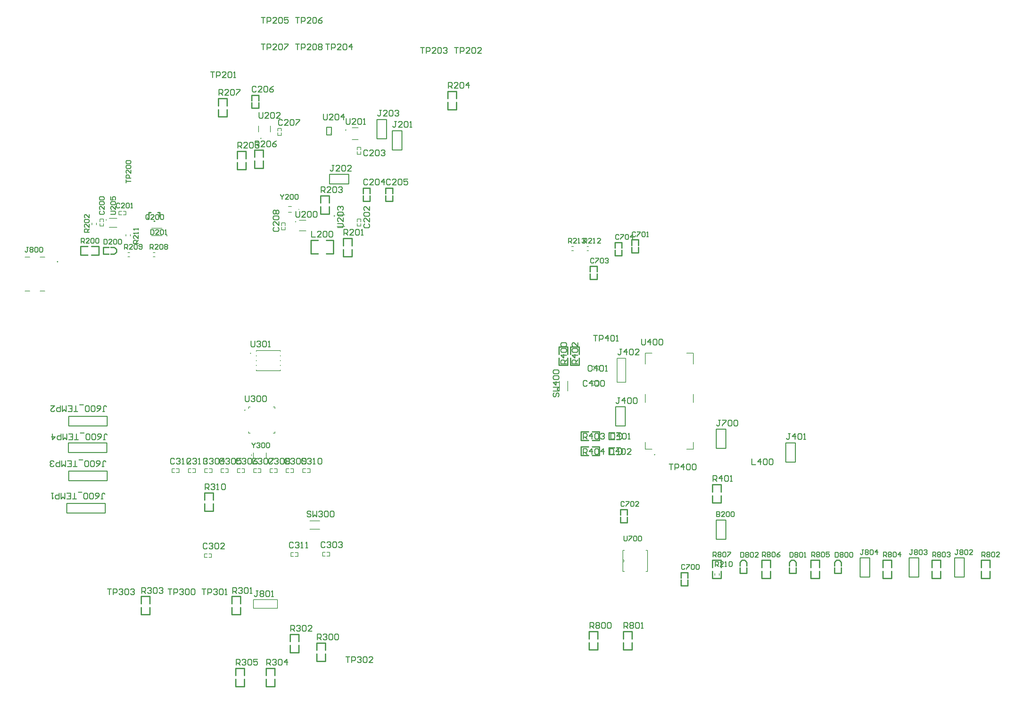
<source format=gbr>
%TF.GenerationSoftware,Altium Limited,Altium Designer,24.2.2 (26)*%
G04 Layer_Color=65535*
%FSLAX45Y45*%
%MOMM*%
%TF.SameCoordinates,E801744C-0769-472F-B71A-A4CB6A2CC1AD*%
%TF.FilePolarity,Positive*%
%TF.FileFunction,Legend,Top*%
%TF.Part,Single*%
G01*
G75*
%TA.AperFunction,NonConductor*%
%ADD64C,0.20000*%
%ADD65C,0.15240*%
%ADD66C,0.25400*%
%ADD67C,0.27000*%
%ADD68C,0.30480*%
%ADD69C,0.12700*%
%ADD70C,0.15000*%
D64*
X3730500Y9400000D02*
G03*
X3730500Y9400000I-10000J0D01*
G01*
X8157500Y9925000D02*
G03*
X8157500Y9925000I-10000J0D01*
G01*
X2130000Y9820000D02*
G03*
X2130000Y9820000I-10000J0D01*
G01*
X842000Y8714000D02*
G03*
X842000Y8714000I-10000J0D01*
G01*
X5968000Y3600000D02*
G03*
X5968000Y3600000I-10000J0D01*
G01*
X7215000Y10100000D02*
G03*
X7205000Y10100000I-5000J0D01*
G01*
D02*
G03*
X7215000Y10100000I5000J0D01*
G01*
D02*
G03*
X7205000Y10100000I-5000J0D01*
G01*
X8460000Y12195000D02*
G03*
X8460000Y12195000I-10000J0D01*
G01*
X6215000Y11975500D02*
G03*
X6215000Y11975500I-10000J0D01*
G01*
X16622600Y3610500D02*
G03*
X16622600Y3610500I-10000J0D01*
G01*
X5792500Y4786500D02*
G03*
X5792500Y4786500I-10000J0D01*
G01*
X-28000Y8836000D02*
X100000D01*
X-28000Y7942000D02*
X100000D01*
X372000Y8836000D02*
X497000D01*
X372000Y7942000D02*
X497000D01*
X6935000Y10175000D02*
X7015000D01*
X6935000Y10025000D02*
X7015000D01*
X6009500Y-368250D02*
Y-220000D01*
Y-450000D02*
Y-304750D01*
Y-450000D02*
X6644500D01*
Y-220000D01*
X6009500D02*
X6644500D01*
X15620000Y5528500D02*
X15768250D01*
X15704750D02*
X15850000D01*
Y6163500D01*
X15620000D02*
X15850000D01*
X15620000Y5528500D02*
Y6163500D01*
D65*
X15774879Y769520D02*
G03*
X15774879Y830480I0J30480D01*
G01*
X5942800Y6290500D02*
G03*
X5942800Y6290500I-10160J0D01*
G01*
X15774879Y1079400D02*
X15818060D01*
X16381940Y520600D02*
X16425121D01*
Y1079400D01*
X16381940D02*
X16425121D01*
X15774879Y830480D02*
Y1079400D01*
Y769520D02*
Y830480D01*
Y520600D02*
Y769520D01*
Y520600D02*
X15818060D01*
X6717500Y6345364D02*
Y6367970D01*
Y6218364D02*
Y6235636D01*
Y6091364D02*
Y6108636D01*
Y5964364D02*
Y5981636D01*
X6082500Y5832030D02*
Y5854636D01*
Y5964364D02*
Y5981636D01*
Y6091364D02*
Y6108636D01*
Y6218364D02*
Y6235636D01*
Y6345364D02*
Y6367970D01*
X6717500D01*
Y5832030D02*
Y5854636D01*
X6082500Y5832030D02*
X6717500D01*
X7223640Y9527760D02*
X7396360D01*
X7223640Y9812240D02*
X7396360D01*
D66*
X8043100Y12103380D02*
G03*
X8043100Y12103380I-2540J0D01*
G01*
X18233011Y1379002D02*
Y1887002D01*
Y1379002D02*
X18487012D01*
Y1887002D01*
X18233011D02*
X18487012D01*
X24533015Y379002D02*
Y887002D01*
Y379002D02*
X24787015D01*
Y887002D01*
X24533015D02*
X24787015D01*
X23333014Y379002D02*
Y887002D01*
Y379002D02*
X23587013D01*
Y887002D01*
X23333014D02*
X23587013D01*
X22033012Y379002D02*
Y887002D01*
Y379002D02*
X22287013D01*
Y887002D01*
X22033012D02*
X22287013D01*
X18233011Y4287004D02*
X18487012D01*
Y3779004D02*
Y4287004D01*
X18233011Y3779004D02*
X18487012D01*
X18233011D02*
Y4287004D01*
X20073000Y3927000D02*
X20327000D01*
Y3419000D02*
Y3927000D01*
X20073000Y3419000D02*
X20327000D01*
X20073000D02*
Y3927000D01*
X8019000Y10773000D02*
Y11027000D01*
X8527000D01*
Y10773000D02*
Y11027000D01*
X8019000Y10773000D02*
X8527000D01*
X7942500Y12074500D02*
Y12274500D01*
X8070000Y12074500D02*
Y12274500D01*
X7942500Y12074500D02*
X8070000D01*
X7942500Y12274500D02*
X8070000D01*
X9273000Y12481000D02*
X9527000D01*
Y11973000D02*
Y12481000D01*
X9273000Y11973000D02*
X9527000D01*
X9273000D02*
Y12481000D01*
X15573000Y4881000D02*
X15827000D01*
Y4373000D02*
Y4881000D01*
X15573000Y4373000D02*
X15827000D01*
X15573000D02*
Y4881000D01*
X9673000Y12181000D02*
X9927000D01*
Y11673000D02*
Y12181000D01*
X9673000Y11673000D02*
X9927000D01*
X9673000D02*
Y12181000D01*
X1119000Y3673000D02*
Y3927000D01*
X2135000D01*
Y3673000D02*
Y3927000D01*
X1119000Y3673000D02*
X2135000D01*
X1123000Y4373000D02*
Y4627000D01*
X2139000D01*
Y4373000D02*
Y4627000D01*
X1123000Y4373000D02*
X2139000D01*
X1123000Y2923000D02*
Y3177000D01*
X2139000D01*
Y2923000D02*
Y3177000D01*
X1123000Y2923000D02*
X2139000D01*
X1073000Y2073000D02*
Y2327000D01*
X2089000D01*
Y2073000D02*
Y2327000D01*
X1073000Y2073000D02*
X2089000D01*
X18244441Y2101591D02*
Y1974632D01*
X18307921D01*
X18329082Y1995792D01*
Y2016952D01*
X18307921Y2038112D01*
X18244441D01*
X18307921D01*
X18329082Y2059272D01*
Y2080431D01*
X18307921Y2101591D01*
X18244441D01*
X18456039Y1974632D02*
X18371400D01*
X18456039Y2059272D01*
Y2080431D01*
X18434880Y2101591D01*
X18392560D01*
X18371400Y2080431D01*
X18498360D02*
X18519519Y2101591D01*
X18561838D01*
X18582999Y2080431D01*
Y1995792D01*
X18561838Y1974632D01*
X18519519D01*
X18498360Y1995792D01*
Y2080431D01*
X18625317D02*
X18646478Y2101591D01*
X18688797D01*
X18709956Y2080431D01*
Y1995792D01*
X18688797Y1974632D01*
X18646478D01*
X18625317Y1995792D01*
Y2080431D01*
X25254605Y908312D02*
Y1035270D01*
X25318085D01*
X25339244Y1014111D01*
Y971791D01*
X25318085Y950631D01*
X25254605D01*
X25296925D02*
X25339244Y908312D01*
X25381564Y1014111D02*
X25402724Y1035270D01*
X25445042D01*
X25466203Y1014111D01*
Y992951D01*
X25445042Y971791D01*
X25466203Y950631D01*
Y929471D01*
X25445042Y908312D01*
X25402724D01*
X25381564Y929471D01*
Y950631D01*
X25402724Y971791D01*
X25381564Y992951D01*
Y1014111D01*
X25402724Y971791D02*
X25445042D01*
X25508524Y1014111D02*
X25529681Y1035270D01*
X25572002D01*
X25593163Y1014111D01*
Y929471D01*
X25572002Y908312D01*
X25529681D01*
X25508524Y929471D01*
Y1014111D01*
X25720120Y908312D02*
X25635483D01*
X25720120Y992951D01*
Y1014111D01*
X25698962Y1035270D01*
X25656641D01*
X25635483Y1014111D01*
X24629083Y1101591D02*
X24586765D01*
X24607924D01*
Y995792D01*
X24586765Y974632D01*
X24565604D01*
X24544444Y995792D01*
X24671404Y1080431D02*
X24692563Y1101591D01*
X24734883D01*
X24756042Y1080431D01*
Y1059271D01*
X24734883Y1038111D01*
X24756042Y1016951D01*
Y995792D01*
X24734883Y974632D01*
X24692563D01*
X24671404Y995792D01*
Y1016951D01*
X24692563Y1038111D01*
X24671404Y1059271D01*
Y1080431D01*
X24692563Y1038111D02*
X24734883D01*
X24798363Y1080431D02*
X24819522Y1101591D01*
X24861842D01*
X24883002Y1080431D01*
Y995792D01*
X24861842Y974632D01*
X24819522D01*
X24798363Y995792D01*
Y1080431D01*
X25009961Y974632D02*
X24925320D01*
X25009961Y1059271D01*
Y1080431D01*
X24988802Y1101591D01*
X24946481D01*
X24925320Y1080431D01*
X23954604Y908312D02*
Y1035270D01*
X24018085D01*
X24039244Y1014111D01*
Y971791D01*
X24018085Y950631D01*
X23954604D01*
X23996924D02*
X24039244Y908312D01*
X24081563Y1014111D02*
X24102724Y1035270D01*
X24145042D01*
X24166203Y1014111D01*
Y992951D01*
X24145042Y971791D01*
X24166203Y950631D01*
Y929471D01*
X24145042Y908312D01*
X24102724D01*
X24081563Y929471D01*
Y950631D01*
X24102724Y971791D01*
X24081563Y992951D01*
Y1014111D01*
X24102724Y971791D02*
X24145042D01*
X24208522Y1014111D02*
X24229681Y1035270D01*
X24272002D01*
X24293161Y1014111D01*
Y929471D01*
X24272002Y908312D01*
X24229681D01*
X24208522Y929471D01*
Y1014111D01*
X24335481D02*
X24356641Y1035270D01*
X24398959D01*
X24420120Y1014111D01*
Y992951D01*
X24398959Y971791D01*
X24377802D01*
X24398959D01*
X24420120Y950631D01*
Y929471D01*
X24398959Y908312D01*
X24356641D01*
X24335481Y929471D01*
X23429083Y1101591D02*
X23386765D01*
X23407922D01*
Y995792D01*
X23386765Y974632D01*
X23365604D01*
X23344444Y995792D01*
X23471404Y1080431D02*
X23492563Y1101591D01*
X23534882D01*
X23556042Y1080431D01*
Y1059271D01*
X23534882Y1038111D01*
X23556042Y1016951D01*
Y995792D01*
X23534882Y974632D01*
X23492563D01*
X23471404Y995792D01*
Y1016951D01*
X23492563Y1038111D01*
X23471404Y1059271D01*
Y1080431D01*
X23492563Y1038111D02*
X23534882D01*
X23598363Y1080431D02*
X23619521Y1101591D01*
X23661841D01*
X23683002Y1080431D01*
Y995792D01*
X23661841Y974632D01*
X23619521D01*
X23598363Y995792D01*
Y1080431D01*
X23725320D02*
X23746480Y1101591D01*
X23788800D01*
X23809959Y1080431D01*
Y1059271D01*
X23788800Y1038111D01*
X23767641D01*
X23788800D01*
X23809959Y1016951D01*
Y995792D01*
X23788800Y974632D01*
X23746480D01*
X23725320Y995792D01*
X22654604Y908312D02*
Y1035270D01*
X22718083D01*
X22739243Y1014111D01*
Y971791D01*
X22718083Y950631D01*
X22654604D01*
X22696922D02*
X22739243Y908312D01*
X22781563Y1014111D02*
X22802722Y1035270D01*
X22845042D01*
X22866202Y1014111D01*
Y992951D01*
X22845042Y971791D01*
X22866202Y950631D01*
Y929471D01*
X22845042Y908312D01*
X22802722D01*
X22781563Y929471D01*
Y950631D01*
X22802722Y971791D01*
X22781563Y992951D01*
Y1014111D01*
X22802722Y971791D02*
X22845042D01*
X22908521Y1014111D02*
X22929681Y1035270D01*
X22972002D01*
X22993161Y1014111D01*
Y929471D01*
X22972002Y908312D01*
X22929681D01*
X22908521Y929471D01*
Y1014111D01*
X23098959Y908312D02*
Y1035270D01*
X23035480Y971791D01*
X23120120D01*
X22129083Y1101591D02*
X22086763D01*
X22107922D01*
Y995792D01*
X22086763Y974632D01*
X22065604D01*
X22044443Y995792D01*
X22171402Y1080431D02*
X22192561Y1101591D01*
X22234882D01*
X22256042Y1080431D01*
Y1059271D01*
X22234882Y1038111D01*
X22256042Y1016951D01*
Y995792D01*
X22234882Y974632D01*
X22192561D01*
X22171402Y995792D01*
Y1016951D01*
X22192561Y1038111D01*
X22171402Y1059271D01*
Y1080431D01*
X22192561Y1038111D02*
X22234882D01*
X22298361Y1080431D02*
X22319521Y1101591D01*
X22361839D01*
X22383000Y1080431D01*
Y995792D01*
X22361839Y974632D01*
X22319521D01*
X22298361Y995792D01*
Y1080431D01*
X22488799Y974632D02*
Y1101591D01*
X22425320Y1038111D01*
X22509959D01*
X21380003Y1033671D02*
Y906712D01*
X21443481D01*
X21464642Y927871D01*
Y1012511D01*
X21443481Y1033671D01*
X21380003D01*
X21506963Y1012511D02*
X21528122Y1033671D01*
X21570441D01*
X21591602Y1012511D01*
Y991351D01*
X21570441Y970191D01*
X21591602Y949031D01*
Y927871D01*
X21570441Y906712D01*
X21528122D01*
X21506963Y927871D01*
Y949031D01*
X21528122Y970191D01*
X21506963Y991351D01*
Y1012511D01*
X21528122Y970191D02*
X21570441D01*
X21633920Y1012511D02*
X21655080Y1033671D01*
X21697400D01*
X21718559Y1012511D01*
Y927871D01*
X21697400Y906712D01*
X21655080D01*
X21633920Y927871D01*
Y1012511D01*
X21760880D02*
X21782039Y1033671D01*
X21824359D01*
X21845518Y1012511D01*
Y927871D01*
X21824359Y906712D01*
X21782039D01*
X21760880Y927871D01*
Y1012511D01*
X20754604Y908312D02*
Y1035270D01*
X20818082D01*
X20839243Y1014111D01*
Y971791D01*
X20818082Y950631D01*
X20754604D01*
X20796922D02*
X20839243Y908312D01*
X20881561Y1014111D02*
X20902721Y1035270D01*
X20945041D01*
X20966200Y1014111D01*
Y992951D01*
X20945041Y971791D01*
X20966200Y950631D01*
Y929471D01*
X20945041Y908312D01*
X20902721D01*
X20881561Y929471D01*
Y950631D01*
X20902721Y971791D01*
X20881561Y992951D01*
Y1014111D01*
X20902721Y971791D02*
X20945041D01*
X21008521Y1014111D02*
X21029680Y1035270D01*
X21072000D01*
X21093159Y1014111D01*
Y929471D01*
X21072000Y908312D01*
X21029680D01*
X21008521Y929471D01*
Y1014111D01*
X21220119Y1035270D02*
X21135480D01*
Y971791D01*
X21177798Y992951D01*
X21198959D01*
X21220119Y971791D01*
Y929471D01*
X21198959Y908312D01*
X21156639D01*
X21135480Y929471D01*
X20180002Y1033671D02*
Y906712D01*
X20243481D01*
X20264642Y927871D01*
Y1012511D01*
X20243481Y1033671D01*
X20180002D01*
X20306961Y1012511D02*
X20328120Y1033671D01*
X20370441D01*
X20391602Y1012511D01*
Y991351D01*
X20370441Y970191D01*
X20391602Y949031D01*
Y927871D01*
X20370441Y906712D01*
X20328120D01*
X20306961Y927871D01*
Y949031D01*
X20328120Y970191D01*
X20306961Y991351D01*
Y1012511D01*
X20328120Y970191D02*
X20370441D01*
X20433920Y1012511D02*
X20455080Y1033671D01*
X20497398D01*
X20518559Y1012511D01*
Y927871D01*
X20497398Y906712D01*
X20455080D01*
X20433920Y927871D01*
Y1012511D01*
X20560880Y906712D02*
X20603198D01*
X20582039D01*
Y1033671D01*
X20560880Y1012511D01*
X19454602Y908312D02*
Y1035270D01*
X19518082D01*
X19539241Y1014111D01*
Y971791D01*
X19518082Y950631D01*
X19454602D01*
X19496922D02*
X19539241Y908312D01*
X19581561Y1014111D02*
X19602721Y1035270D01*
X19645039D01*
X19666200Y1014111D01*
Y992951D01*
X19645039Y971791D01*
X19666200Y950631D01*
Y929471D01*
X19645039Y908312D01*
X19602721D01*
X19581561Y929471D01*
Y950631D01*
X19602721Y971791D01*
X19581561Y992951D01*
Y1014111D01*
X19602721Y971791D02*
X19645039D01*
X19708521Y1014111D02*
X19729678Y1035270D01*
X19771999D01*
X19793159Y1014111D01*
Y929471D01*
X19771999Y908312D01*
X19729678D01*
X19708521Y929471D01*
Y1014111D01*
X19920119Y1035270D02*
X19877798Y1014111D01*
X19835478Y971791D01*
Y929471D01*
X19856638Y908312D01*
X19898958D01*
X19920119Y929471D01*
Y950631D01*
X19898958Y971791D01*
X19835478D01*
X18880002Y1033671D02*
Y906712D01*
X18943481D01*
X18964641Y927871D01*
Y1012511D01*
X18943481Y1033671D01*
X18880002D01*
X19006960Y1012511D02*
X19028120Y1033671D01*
X19070441D01*
X19091600Y1012511D01*
Y991351D01*
X19070441Y970191D01*
X19091600Y949031D01*
Y927871D01*
X19070441Y906712D01*
X19028120D01*
X19006960Y927871D01*
Y949031D01*
X19028120Y970191D01*
X19006960Y991351D01*
Y1012511D01*
X19028120Y970191D02*
X19070441D01*
X19133919Y1012511D02*
X19155080Y1033671D01*
X19197398D01*
X19218559Y1012511D01*
Y927871D01*
X19197398Y906712D01*
X19155080D01*
X19133919Y927871D01*
Y1012511D01*
X19345518Y906712D02*
X19260878D01*
X19345518Y991351D01*
Y1012511D01*
X19324358Y1033671D01*
X19282037D01*
X19260878Y1012511D01*
X18154601Y908312D02*
Y1035270D01*
X18218082D01*
X18239241Y1014111D01*
Y971791D01*
X18218082Y950631D01*
X18154601D01*
X18196921D02*
X18239241Y908312D01*
X18281560Y1014111D02*
X18302721Y1035270D01*
X18345039D01*
X18366199Y1014111D01*
Y992951D01*
X18345039Y971791D01*
X18366199Y950631D01*
Y929471D01*
X18345039Y908312D01*
X18302721D01*
X18281560Y929471D01*
Y950631D01*
X18302721Y971791D01*
X18281560Y992951D01*
Y1014111D01*
X18302721Y971791D02*
X18345039D01*
X18408519Y1014111D02*
X18429678Y1035270D01*
X18471999D01*
X18493158Y1014111D01*
Y929471D01*
X18471999Y908312D01*
X18429678D01*
X18408519Y929471D01*
Y1014111D01*
X18535478Y1035270D02*
X18620117D01*
Y1014111D01*
X18535478Y929471D01*
Y908312D01*
X3288402Y9563479D02*
Y9436521D01*
X3351882D01*
X3373042Y9457680D01*
Y9542320D01*
X3351882Y9563479D01*
X3288402D01*
X3500000Y9436521D02*
X3415361D01*
X3500000Y9521160D01*
Y9542320D01*
X3478840Y9563479D01*
X3436521D01*
X3415361Y9542320D01*
X3542320D02*
X3563480Y9563479D01*
X3605799D01*
X3626959Y9542320D01*
Y9457680D01*
X3605799Y9436521D01*
X3563480D01*
X3542320Y9457680D01*
Y9542320D01*
X3669279Y9436521D02*
X3711598D01*
X3690438D01*
Y9563479D01*
X3669279Y9542320D01*
X9022258Y11650784D02*
X8996866Y11676176D01*
X8946082D01*
X8920691Y11650784D01*
Y11549217D01*
X8946082Y11523825D01*
X8996866D01*
X9022258Y11549217D01*
X9174609Y11523825D02*
X9073041D01*
X9174609Y11625392D01*
Y11650784D01*
X9149217Y11676176D01*
X9098433D01*
X9073041Y11650784D01*
X9225392D02*
X9250784Y11676176D01*
X9301567D01*
X9326959Y11650784D01*
Y11549217D01*
X9301567Y11523825D01*
X9250784D01*
X9225392Y11549217D01*
Y11650784D01*
X9377743D02*
X9403135Y11676176D01*
X9453918D01*
X9479310Y11650784D01*
Y11625392D01*
X9453918Y11600000D01*
X9428526D01*
X9453918D01*
X9479310Y11574608D01*
Y11549217D01*
X9453918Y11523825D01*
X9403135D01*
X9377743Y11549217D01*
X8223825Y9620690D02*
X8350783D01*
X8376175Y9646082D01*
Y9696866D01*
X8350783Y9722257D01*
X8223825D01*
X8376175Y9874608D02*
Y9773041D01*
X8274608Y9874608D01*
X8249216D01*
X8223825Y9849216D01*
Y9798433D01*
X8249216Y9773041D01*
Y9925392D02*
X8223825Y9950784D01*
Y10001567D01*
X8249216Y10026959D01*
X8350783D01*
X8376175Y10001567D01*
Y9950784D01*
X8350783Y9925392D01*
X8249216D01*
Y10077742D02*
X8223825Y10103134D01*
Y10153918D01*
X8249216Y10179310D01*
X8274608D01*
X8300000Y10153918D01*
Y10128526D01*
Y10153918D01*
X8325392Y10179310D01*
X8350783D01*
X8376175Y10153918D01*
Y10103134D01*
X8350783Y10077742D01*
X8949217Y9720657D02*
X8923825Y9695265D01*
Y9644482D01*
X8949217Y9619090D01*
X9050784D01*
X9076175Y9644482D01*
Y9695265D01*
X9050784Y9720657D01*
X9076175Y9873008D02*
Y9771441D01*
X8974608Y9873008D01*
X8949217D01*
X8923825Y9847616D01*
Y9796833D01*
X8949217Y9771441D01*
Y9923791D02*
X8923825Y9949183D01*
Y9999967D01*
X8949217Y10025359D01*
X9050784D01*
X9076175Y9999967D01*
Y9949183D01*
X9050784Y9923791D01*
X8949217D01*
X9076175Y10177709D02*
Y10076142D01*
X8974608Y10177709D01*
X8949217D01*
X8923825Y10152318D01*
Y10101534D01*
X8949217Y10076142D01*
X6549216Y9620657D02*
X6523824Y9595266D01*
Y9544482D01*
X6549216Y9519090D01*
X6650783D01*
X6676175Y9544482D01*
Y9595266D01*
X6650783Y9620657D01*
X6676175Y9773008D02*
Y9671441D01*
X6574608Y9773008D01*
X6549216D01*
X6523824Y9747616D01*
Y9696833D01*
X6549216Y9671441D01*
Y9823792D02*
X6523824Y9849184D01*
Y9899967D01*
X6549216Y9925359D01*
X6650783D01*
X6676175Y9899967D01*
Y9849184D01*
X6650783Y9823792D01*
X6549216D01*
Y9976142D02*
X6523824Y10001534D01*
Y10052318D01*
X6549216Y10077710D01*
X6574608D01*
X6600000Y10052318D01*
X6625392Y10077710D01*
X6650783D01*
X6676175Y10052318D01*
Y10001534D01*
X6650783Y9976142D01*
X6625392D01*
X6600000Y10001534D01*
X6574608Y9976142D01*
X6549216D01*
X6600000Y10001534D02*
Y10052318D01*
X2473042Y10242320D02*
X2451882Y10263480D01*
X2409562D01*
X2388402Y10242320D01*
Y10157680D01*
X2409562Y10136521D01*
X2451882D01*
X2473042Y10157680D01*
X2600000Y10136521D02*
X2515361D01*
X2600000Y10221160D01*
Y10242320D01*
X2578840Y10263480D01*
X2536521D01*
X2515361Y10242320D01*
X2642320D02*
X2663480Y10263480D01*
X2705799D01*
X2726959Y10242320D01*
Y10157680D01*
X2705799Y10136521D01*
X2663480D01*
X2642320Y10157680D01*
Y10242320D01*
X2769279Y10136521D02*
X2811598D01*
X2790438D01*
Y10263480D01*
X2769279Y10242320D01*
X3251881Y9857680D02*
Y9942320D01*
X3230722Y9963479D01*
X3188402D01*
X3167242Y9942320D01*
Y9857680D01*
X3188402Y9836521D01*
X3230722D01*
X3209562Y9878840D02*
X3251881Y9836521D01*
X3230722D02*
X3251881Y9857680D01*
X3378840Y9836521D02*
X3294201D01*
X3378840Y9921160D01*
Y9942320D01*
X3357680Y9963479D01*
X3315361D01*
X3294201Y9942320D01*
X3421160D02*
X3442320Y9963479D01*
X3484639D01*
X3505799Y9942320D01*
Y9857680D01*
X3484639Y9836521D01*
X3442320D01*
X3421160Y9857680D01*
Y9942320D01*
X3548119D02*
X3569278Y9963479D01*
X3611598D01*
X3632758Y9942320D01*
Y9857680D01*
X3611598Y9836521D01*
X3569278D01*
X3548119Y9857680D01*
Y9942320D01*
X2636520Y10803763D02*
Y10888402D01*
Y10846083D01*
X2763479D01*
Y10930722D02*
X2636520D01*
Y10994201D01*
X2657680Y11015361D01*
X2700000D01*
X2721159Y10994201D01*
Y10930722D01*
X2763479Y11142320D02*
Y11057681D01*
X2678840Y11142320D01*
X2657680D01*
X2636520Y11121160D01*
Y11078840D01*
X2657680Y11057681D01*
Y11184640D02*
X2636520Y11205799D01*
Y11248119D01*
X2657680Y11269279D01*
X2742319D01*
X2763479Y11248119D01*
Y11205799D01*
X2742319Y11184640D01*
X2657680D01*
Y11311598D02*
X2636520Y11332758D01*
Y11375078D01*
X2657680Y11396238D01*
X2742319D01*
X2763479Y11375078D01*
Y11332758D01*
X2742319Y11311598D01*
X2657680D01*
X2236520Y9967242D02*
X2342319D01*
X2363479Y9988402D01*
Y10030722D01*
X2342319Y10051882D01*
X2236520D01*
X2363479Y10178840D02*
Y10094201D01*
X2278839Y10178840D01*
X2257680D01*
X2236520Y10157680D01*
Y10115361D01*
X2257680Y10094201D01*
Y10221160D02*
X2236520Y10242320D01*
Y10284639D01*
X2257680Y10305799D01*
X2342319D01*
X2363479Y10284639D01*
Y10242320D01*
X2342319Y10221160D01*
X2257680D01*
X2236520Y10432758D02*
Y10348119D01*
X2299999D01*
X2278839Y10390438D01*
Y10411598D01*
X2299999Y10432758D01*
X2342319D01*
X2363479Y10411598D01*
Y10369278D01*
X2342319Y10348119D01*
X2963479Y9198982D02*
X2836520D01*
Y9262461D01*
X2857680Y9283621D01*
X2900000D01*
X2921160Y9262461D01*
Y9198982D01*
Y9241301D02*
X2963479Y9283621D01*
Y9410580D02*
Y9325940D01*
X2878840Y9410580D01*
X2857680D01*
X2836520Y9389420D01*
Y9347100D01*
X2857680Y9325940D01*
X2963479Y9452899D02*
Y9495219D01*
Y9474059D01*
X2836520D01*
X2857680Y9452899D01*
X2963479Y9558698D02*
Y9601018D01*
Y9579858D01*
X2836520D01*
X2857680Y9558698D01*
X1663479Y9497062D02*
X1536520D01*
Y9560541D01*
X1557680Y9581701D01*
X1600000D01*
X1621159Y9560541D01*
Y9497062D01*
Y9539381D02*
X1663479Y9581701D01*
Y9708660D02*
Y9624021D01*
X1578840Y9708660D01*
X1557680D01*
X1536520Y9687500D01*
Y9645180D01*
X1557680Y9624021D01*
Y9750979D02*
X1536520Y9772139D01*
Y9814459D01*
X1557680Y9835619D01*
X1642319D01*
X1663479Y9814459D01*
Y9772139D01*
X1642319Y9750979D01*
X1557680D01*
X1663479Y9962578D02*
Y9877938D01*
X1578840Y9962578D01*
X1557680D01*
X1536520Y9941418D01*
Y9899098D01*
X1557680Y9877938D01*
X1957680Y10051882D02*
X1936520Y10030722D01*
Y9988402D01*
X1957680Y9967242D01*
X2042319D01*
X2063479Y9988402D01*
Y10030722D01*
X2042319Y10051882D01*
X2063479Y10178840D02*
Y10094201D01*
X1978840Y10178840D01*
X1957680D01*
X1936520Y10157680D01*
Y10115361D01*
X1957680Y10094201D01*
Y10221160D02*
X1936520Y10242320D01*
Y10284639D01*
X1957680Y10305799D01*
X2042319D01*
X2063479Y10284639D01*
Y10242320D01*
X2042319Y10221160D01*
X1957680D01*
Y10348119D02*
X1936520Y10369278D01*
Y10411598D01*
X1957680Y10432758D01*
X2042319D01*
X2063479Y10411598D01*
Y10369278D01*
X2042319Y10348119D01*
X1957680D01*
X18210481Y660992D02*
Y787950D01*
X18273961D01*
X18295120Y766791D01*
Y724471D01*
X18273961Y703311D01*
X18210481D01*
X18252802D02*
X18295120Y660992D01*
X18422079D02*
X18337440D01*
X18422079Y745631D01*
Y766791D01*
X18400920Y787950D01*
X18358600D01*
X18337440Y766791D01*
X18464400Y660992D02*
X18506718D01*
X18485559D01*
Y787950D01*
X18464400Y766791D01*
X18570198D02*
X18591357Y787950D01*
X18633678D01*
X18654837Y766791D01*
Y682151D01*
X18633678Y660992D01*
X18591357D01*
X18570198Y682151D01*
Y766791D01*
X2054860Y9309059D02*
Y9182100D01*
X2118339D01*
X2139499Y9203260D01*
Y9287899D01*
X2118339Y9309059D01*
X2054860D01*
X2266458Y9182100D02*
X2181819D01*
X2266458Y9266739D01*
Y9287899D01*
X2245298Y9309059D01*
X2202979D01*
X2181819Y9287899D01*
X2308778D02*
X2329937Y9309059D01*
X2372257D01*
X2393417Y9287899D01*
Y9203260D01*
X2372257Y9182100D01*
X2329937D01*
X2308778Y9203260D01*
Y9287899D01*
X2435737D02*
X2456896Y9309059D01*
X2499216D01*
X2520376Y9287899D01*
Y9203260D01*
X2499216Y9182100D01*
X2456896D01*
X2435737Y9203260D01*
Y9287899D01*
X1455420Y9204960D02*
Y9331919D01*
X1518899D01*
X1540059Y9310759D01*
Y9268439D01*
X1518899Y9247280D01*
X1455420D01*
X1497740D02*
X1540059Y9204960D01*
X1667018D02*
X1582379D01*
X1667018Y9289599D01*
Y9310759D01*
X1645858Y9331919D01*
X1603539D01*
X1582379Y9310759D01*
X1709338D02*
X1730497Y9331919D01*
X1772817D01*
X1793977Y9310759D01*
Y9226120D01*
X1772817Y9204960D01*
X1730497D01*
X1709338Y9226120D01*
Y9310759D01*
X1836297D02*
X1857456Y9331919D01*
X1899776D01*
X1920936Y9310759D01*
Y9226120D01*
X1899776Y9204960D01*
X1857456D01*
X1836297Y9226120D01*
Y9310759D01*
X2600960Y9050020D02*
Y9176979D01*
X2664439D01*
X2685599Y9155819D01*
Y9113499D01*
X2664439Y9092340D01*
X2600960D01*
X2643280D02*
X2685599Y9050020D01*
X2812558D02*
X2727919D01*
X2812558Y9134659D01*
Y9155819D01*
X2791398Y9176979D01*
X2749079D01*
X2727919Y9155819D01*
X2854878D02*
X2876037Y9176979D01*
X2918357D01*
X2939517Y9155819D01*
Y9071180D01*
X2918357Y9050020D01*
X2876037D01*
X2854878Y9071180D01*
Y9155819D01*
X2981837Y9071180D02*
X3002996Y9050020D01*
X3045316D01*
X3066476Y9071180D01*
Y9155819D01*
X3045316Y9176979D01*
X3002996D01*
X2981837Y9155819D01*
Y9134659D01*
X3002996Y9113499D01*
X3066476D01*
X3271520Y9050020D02*
Y9176979D01*
X3334999D01*
X3356159Y9155819D01*
Y9113499D01*
X3334999Y9092340D01*
X3271520D01*
X3313840D02*
X3356159Y9050020D01*
X3483118D02*
X3398479D01*
X3483118Y9134659D01*
Y9155819D01*
X3461958Y9176979D01*
X3419639D01*
X3398479Y9155819D01*
X3525438D02*
X3546597Y9176979D01*
X3588917D01*
X3610077Y9155819D01*
Y9071180D01*
X3588917Y9050020D01*
X3546597D01*
X3525438Y9071180D01*
Y9155819D01*
X3652397D02*
X3673556Y9176979D01*
X3715876D01*
X3737036Y9155819D01*
Y9134659D01*
X3715876Y9113499D01*
X3737036Y9092340D01*
Y9071180D01*
X3715876Y9050020D01*
X3673556D01*
X3652397Y9071180D01*
Y9092340D01*
X3673556Y9113499D01*
X3652397Y9134659D01*
Y9155819D01*
X3673556Y9113499D02*
X3715876D01*
X54159Y9100779D02*
X11840D01*
X32999D01*
Y8994980D01*
X11840Y8973820D01*
X-9320D01*
X-30480Y8994980D01*
X96479Y9079619D02*
X117639Y9100779D01*
X159958D01*
X181118Y9079619D01*
Y9058459D01*
X159958Y9037299D01*
X181118Y9016140D01*
Y8994980D01*
X159958Y8973820D01*
X117639D01*
X96479Y8994980D01*
Y9016140D01*
X117639Y9037299D01*
X96479Y9058459D01*
Y9079619D01*
X117639Y9037299D02*
X159958D01*
X223438Y9079619D02*
X244597Y9100779D01*
X286917D01*
X308077Y9079619D01*
Y8994980D01*
X286917Y8973820D01*
X244597D01*
X223438Y8994980D01*
Y9079619D01*
X350397D02*
X371556Y9100779D01*
X413876D01*
X435036Y9079619D01*
Y8994980D01*
X413876Y8973820D01*
X371556D01*
X350397Y8994980D01*
Y9079619D01*
X14732001Y9210040D02*
Y9336999D01*
X14795479D01*
X14816640Y9315839D01*
Y9273519D01*
X14795479Y9252360D01*
X14732001D01*
X14774319D02*
X14816640Y9210040D01*
X14943597D02*
X14858958D01*
X14943597Y9294679D01*
Y9315839D01*
X14922438Y9336999D01*
X14880119D01*
X14858958Y9315839D01*
X14985918Y9210040D02*
X15028236D01*
X15007077D01*
Y9336999D01*
X14985918Y9315839D01*
X15176357Y9210040D02*
X15091718D01*
X15176357Y9294679D01*
Y9315839D01*
X15155196Y9336999D01*
X15112877D01*
X15091718Y9315839D01*
X14330679Y9210040D02*
Y9336999D01*
X14394159D01*
X14415318Y9315839D01*
Y9273519D01*
X14394159Y9252360D01*
X14330679D01*
X14373000D02*
X14415318Y9210040D01*
X14542278D02*
X14457639D01*
X14542278Y9294679D01*
Y9315839D01*
X14521118Y9336999D01*
X14478799D01*
X14457639Y9315839D01*
X14584598Y9210040D02*
X14626917D01*
X14605757D01*
Y9336999D01*
X14584598Y9315839D01*
X14690398D02*
X14711557Y9336999D01*
X14753876D01*
X14775037Y9315839D01*
Y9294679D01*
X14753876Y9273519D01*
X14732716D01*
X14753876D01*
X14775037Y9252360D01*
Y9231200D01*
X14753876Y9210040D01*
X14711557D01*
X14690398Y9231200D01*
X5963920Y3926799D02*
Y3905639D01*
X6006240Y3863319D01*
X6048559Y3905639D01*
Y3926799D01*
X6006240Y3863319D02*
Y3799840D01*
X6090879Y3905639D02*
X6112039Y3926799D01*
X6154358D01*
X6175518Y3905639D01*
Y3884479D01*
X6154358Y3863319D01*
X6133199D01*
X6154358D01*
X6175518Y3842160D01*
Y3821000D01*
X6154358Y3799840D01*
X6112039D01*
X6090879Y3821000D01*
X6217838Y3905639D02*
X6238997Y3926799D01*
X6281317D01*
X6302477Y3905639D01*
Y3821000D01*
X6281317Y3799840D01*
X6238997D01*
X6217838Y3821000D01*
Y3905639D01*
X6344797D02*
X6365956Y3926799D01*
X6408276D01*
X6429436Y3905639D01*
Y3821000D01*
X6408276Y3799840D01*
X6365956D01*
X6344797Y3821000D01*
Y3905639D01*
X6720840Y10497779D02*
Y10476619D01*
X6763160Y10434299D01*
X6805479Y10476619D01*
Y10497779D01*
X6763160Y10434299D02*
Y10370820D01*
X6932438D02*
X6847799D01*
X6932438Y10455459D01*
Y10476619D01*
X6911278Y10497779D01*
X6868959D01*
X6847799Y10476619D01*
X6974758D02*
X6995917Y10497779D01*
X7038237D01*
X7059397Y10476619D01*
Y10391980D01*
X7038237Y10370820D01*
X6995917D01*
X6974758Y10391980D01*
Y10476619D01*
X7101717D02*
X7122876Y10497779D01*
X7165196D01*
X7186356Y10476619D01*
Y10391980D01*
X7165196Y10370820D01*
X7122876D01*
X7101717Y10391980D01*
Y10476619D01*
X15793719Y1457919D02*
Y1352120D01*
X15814880Y1330960D01*
X15857199D01*
X15878358Y1352120D01*
Y1457919D01*
X15920679D02*
X16005318D01*
Y1436759D01*
X15920679Y1352120D01*
Y1330960D01*
X16047638Y1436759D02*
X16068797Y1457919D01*
X16111118D01*
X16132277Y1436759D01*
Y1352120D01*
X16111118Y1330960D01*
X16068797D01*
X16047638Y1352120D01*
Y1436759D01*
X16174597D02*
X16195757Y1457919D01*
X16238075D01*
X16259236Y1436759D01*
Y1352120D01*
X16238075Y1330960D01*
X16195757D01*
X16174597Y1352120D01*
Y1436759D01*
X17404900Y687459D02*
X17383739Y708619D01*
X17341420D01*
X17320261Y687459D01*
Y602820D01*
X17341420Y581660D01*
X17383739D01*
X17404900Y602820D01*
X17447218Y708619D02*
X17531857D01*
Y687459D01*
X17447218Y602820D01*
Y581660D01*
X17574178Y687459D02*
X17595337Y708619D01*
X17637657D01*
X17658817Y687459D01*
Y602820D01*
X17637657Y581660D01*
X17595337D01*
X17574178Y602820D01*
Y687459D01*
X17701137D02*
X17722296Y708619D01*
X17764616D01*
X17785776Y687459D01*
Y602820D01*
X17764616Y581660D01*
X17722296D01*
X17701137Y602820D01*
Y687459D01*
X15664999Y9412359D02*
X15643839Y9433519D01*
X15601520D01*
X15580360Y9412359D01*
Y9327720D01*
X15601520Y9306560D01*
X15643839D01*
X15664999Y9327720D01*
X15707320Y9433519D02*
X15791959D01*
Y9412359D01*
X15707320Y9327720D01*
Y9306560D01*
X15834277Y9412359D02*
X15855437Y9433519D01*
X15897757D01*
X15918916Y9412359D01*
Y9327720D01*
X15897757Y9306560D01*
X15855437D01*
X15834277Y9327720D01*
Y9412359D01*
X16024716Y9306560D02*
Y9433519D01*
X15961237Y9370039D01*
X16045876D01*
X15004599Y8787519D02*
X14983440Y8808679D01*
X14941119D01*
X14919960Y8787519D01*
Y8702880D01*
X14941119Y8681720D01*
X14983440D01*
X15004599Y8702880D01*
X15046919Y8808679D02*
X15131558D01*
Y8787519D01*
X15046919Y8702880D01*
Y8681720D01*
X15173878Y8787519D02*
X15195036Y8808679D01*
X15237357D01*
X15258517Y8787519D01*
Y8702880D01*
X15237357Y8681720D01*
X15195036D01*
X15173878Y8702880D01*
Y8787519D01*
X15300838D02*
X15321996Y8808679D01*
X15364316D01*
X15385477Y8787519D01*
Y8766359D01*
X15364316Y8745199D01*
X15343156D01*
X15364316D01*
X15385477Y8724040D01*
Y8702880D01*
X15364316Y8681720D01*
X15321996D01*
X15300838Y8702880D01*
X15804700Y2351159D02*
X15783539Y2372319D01*
X15741220D01*
X15720061Y2351159D01*
Y2266520D01*
X15741220Y2245360D01*
X15783539D01*
X15804700Y2266520D01*
X15847018Y2372319D02*
X15931657D01*
Y2351159D01*
X15847018Y2266520D01*
Y2245360D01*
X15973978Y2351159D02*
X15995137Y2372319D01*
X16037457D01*
X16058617Y2351159D01*
Y2266520D01*
X16037457Y2245360D01*
X15995137D01*
X15973978Y2266520D01*
Y2351159D01*
X16185576Y2245360D02*
X16100937D01*
X16185576Y2329999D01*
Y2351159D01*
X16164417Y2372319D01*
X16122096D01*
X16100937Y2351159D01*
X16104419Y9486019D02*
X16083260Y9507179D01*
X16040939D01*
X16019780Y9486019D01*
Y9401380D01*
X16040939Y9380220D01*
X16083260D01*
X16104419Y9401380D01*
X16146739Y9507179D02*
X16231378D01*
Y9486019D01*
X16146739Y9401380D01*
Y9380220D01*
X16273698Y9486019D02*
X16294856Y9507179D01*
X16337177D01*
X16358337Y9486019D01*
Y9401380D01*
X16337177Y9380220D01*
X16294856D01*
X16273698Y9401380D01*
Y9486019D01*
X16400658Y9380220D02*
X16442976D01*
X16421815D01*
Y9507179D01*
X16400658Y9486019D01*
X2148840Y68531D02*
X2250407D01*
X2199623D01*
Y-83820D01*
X2301191D02*
Y68531D01*
X2377366D01*
X2402758Y43139D01*
Y-7645D01*
X2377366Y-33037D01*
X2301191D01*
X2453541Y43139D02*
X2478933Y68531D01*
X2529717D01*
X2555109Y43139D01*
Y17747D01*
X2529717Y-7645D01*
X2504325D01*
X2529717D01*
X2555109Y-33037D01*
Y-58428D01*
X2529717Y-83820D01*
X2478933D01*
X2453541Y-58428D01*
X2605892Y43139D02*
X2631284Y68531D01*
X2682068D01*
X2707459Y43139D01*
Y-58428D01*
X2682068Y-83820D01*
X2631284D01*
X2605892Y-58428D01*
Y43139D01*
X2758243D02*
X2783635Y68531D01*
X2834418D01*
X2859810Y43139D01*
Y17747D01*
X2834418Y-7645D01*
X2809026D01*
X2834418D01*
X2859810Y-33037D01*
Y-58428D01*
X2834418Y-83820D01*
X2783635D01*
X2758243Y-58428D01*
X8448040Y-1730449D02*
X8549607D01*
X8498823D01*
Y-1882800D01*
X8600391D02*
Y-1730449D01*
X8676566D01*
X8701958Y-1755841D01*
Y-1806625D01*
X8676566Y-1832016D01*
X8600391D01*
X8752741Y-1755841D02*
X8778133Y-1730449D01*
X8828917D01*
X8854309Y-1755841D01*
Y-1781233D01*
X8828917Y-1806625D01*
X8803525D01*
X8828917D01*
X8854309Y-1832016D01*
Y-1857408D01*
X8828917Y-1882800D01*
X8778133D01*
X8752741Y-1857408D01*
X8905092Y-1755841D02*
X8930484Y-1730449D01*
X8981268D01*
X9006659Y-1755841D01*
Y-1857408D01*
X8981268Y-1882800D01*
X8930484D01*
X8905092Y-1857408D01*
Y-1755841D01*
X9159010Y-1882800D02*
X9057443D01*
X9159010Y-1781233D01*
Y-1755841D01*
X9133618Y-1730449D01*
X9082835D01*
X9057443Y-1755841D01*
X4648200Y68531D02*
X4749767D01*
X4698983D01*
Y-83820D01*
X4800551D02*
Y68531D01*
X4876726D01*
X4902118Y43139D01*
Y-7645D01*
X4876726Y-33037D01*
X4800551D01*
X4952901Y43139D02*
X4978293Y68531D01*
X5029077D01*
X5054469Y43139D01*
Y17747D01*
X5029077Y-7645D01*
X5003685D01*
X5029077D01*
X5054469Y-33037D01*
Y-58428D01*
X5029077Y-83820D01*
X4978293D01*
X4952901Y-58428D01*
X5105252Y43139D02*
X5130644Y68531D01*
X5181428D01*
X5206819Y43139D01*
Y-58428D01*
X5181428Y-83820D01*
X5130644D01*
X5105252Y-58428D01*
Y43139D01*
X5257603Y-83820D02*
X5308386D01*
X5282995D01*
Y68531D01*
X5257603Y43139D01*
X3749040Y68531D02*
X3850607D01*
X3799823D01*
Y-83820D01*
X3901391D02*
Y68531D01*
X3977566D01*
X4002958Y43139D01*
Y-7645D01*
X3977566Y-33037D01*
X3901391D01*
X4053741Y43139D02*
X4079133Y68531D01*
X4129917D01*
X4155309Y43139D01*
Y17747D01*
X4129917Y-7645D01*
X4104525D01*
X4129917D01*
X4155309Y-33037D01*
Y-58428D01*
X4129917Y-83820D01*
X4079133D01*
X4053741Y-58428D01*
X4206092Y43139D02*
X4231484Y68531D01*
X4282268D01*
X4307659Y43139D01*
Y-58428D01*
X4282268Y-83820D01*
X4231484D01*
X4206092Y-58428D01*
Y43139D01*
X4358443D02*
X4383835Y68531D01*
X4434618D01*
X4460010Y43139D01*
Y-58428D01*
X4434618Y-83820D01*
X4383835D01*
X4358443Y-58428D01*
Y43139D01*
X18154601Y2908313D02*
Y3060663D01*
X18230777D01*
X18256168Y3035272D01*
Y2984488D01*
X18230777Y2959096D01*
X18154601D01*
X18205385D02*
X18256168Y2908313D01*
X18383127D02*
Y3060663D01*
X18306952Y2984488D01*
X18408519D01*
X18459303Y3035272D02*
X18484695Y3060663D01*
X18535478D01*
X18560870Y3035272D01*
Y2933705D01*
X18535478Y2908313D01*
X18484695D01*
X18459303Y2933705D01*
Y3035272D01*
X18611653Y2908313D02*
X18662437D01*
X18637045D01*
Y3060663D01*
X18611653Y3035272D01*
X3055620Y-50800D02*
Y101551D01*
X3131795D01*
X3157187Y76159D01*
Y25375D01*
X3131795Y-17D01*
X3055620D01*
X3106403D02*
X3157187Y-50800D01*
X3207971Y76159D02*
X3233363Y101551D01*
X3284146D01*
X3309538Y76159D01*
Y50767D01*
X3284146Y25375D01*
X3258754D01*
X3284146D01*
X3309538Y-17D01*
Y-25408D01*
X3284146Y-50800D01*
X3233363D01*
X3207971Y-25408D01*
X3360321Y76159D02*
X3385713Y101551D01*
X3436497D01*
X3461889Y76159D01*
Y-25408D01*
X3436497Y-50800D01*
X3385713D01*
X3360321Y-25408D01*
Y76159D01*
X3512672D02*
X3538064Y101551D01*
X3588848D01*
X3614239Y76159D01*
Y50767D01*
X3588848Y25375D01*
X3563456D01*
X3588848D01*
X3614239Y-17D01*
Y-25408D01*
X3588848Y-50800D01*
X3538064D01*
X3512672Y-25408D01*
X5455920Y-50800D02*
Y101551D01*
X5532095D01*
X5557487Y76159D01*
Y25375D01*
X5532095Y-17D01*
X5455920D01*
X5506703D02*
X5557487Y-50800D01*
X5608271Y76159D02*
X5633663Y101551D01*
X5684446D01*
X5709838Y76159D01*
Y50767D01*
X5684446Y25375D01*
X5659054D01*
X5684446D01*
X5709838Y-17D01*
Y-25408D01*
X5684446Y-50800D01*
X5633663D01*
X5608271Y-25408D01*
X5760621Y76159D02*
X5786013Y101551D01*
X5836797D01*
X5862189Y76159D01*
Y-25408D01*
X5836797Y-50800D01*
X5786013D01*
X5760621Y-25408D01*
Y76159D01*
X5912972Y-50800D02*
X5963756D01*
X5938364D01*
Y101551D01*
X5912972Y76159D01*
X6080727Y13332419D02*
X6055335Y13357811D01*
X6004552D01*
X5979160Y13332419D01*
Y13230852D01*
X6004552Y13205460D01*
X6055335D01*
X6080727Y13230852D01*
X6233078Y13205460D02*
X6131511D01*
X6233078Y13307027D01*
Y13332419D01*
X6207686Y13357811D01*
X6156903D01*
X6131511Y13332419D01*
X6283861D02*
X6309253Y13357811D01*
X6360037D01*
X6385429Y13332419D01*
Y13230852D01*
X6360037Y13205460D01*
X6309253D01*
X6283861Y13230852D01*
Y13332419D01*
X6537779Y13357811D02*
X6486996Y13332419D01*
X6436212Y13281635D01*
Y13230852D01*
X6461604Y13205460D01*
X6512388D01*
X6537779Y13230852D01*
Y13256242D01*
X6512388Y13281635D01*
X6436212D01*
X7114540Y14477951D02*
X7216107D01*
X7165323D01*
Y14325600D01*
X7266891D02*
Y14477951D01*
X7343066D01*
X7368458Y14452559D01*
Y14401775D01*
X7343066Y14376382D01*
X7266891D01*
X7520809Y14325600D02*
X7419241D01*
X7520809Y14427167D01*
Y14452559D01*
X7495417Y14477951D01*
X7444633D01*
X7419241Y14452559D01*
X7571592D02*
X7596984Y14477951D01*
X7647768D01*
X7673159Y14452559D01*
Y14350992D01*
X7647768Y14325600D01*
X7596984D01*
X7571592Y14350992D01*
Y14452559D01*
X7723943D02*
X7749335Y14477951D01*
X7800118D01*
X7825510Y14452559D01*
Y14427167D01*
X7800118Y14401775D01*
X7825510Y14376382D01*
Y14350992D01*
X7800118Y14325600D01*
X7749335D01*
X7723943Y14350992D01*
Y14376382D01*
X7749335Y14401775D01*
X7723943Y14427167D01*
Y14452559D01*
X7749335Y14401775D02*
X7800118D01*
X6215380Y14477951D02*
X6316947D01*
X6266163D01*
Y14325600D01*
X6367731D02*
Y14477951D01*
X6443906D01*
X6469298Y14452559D01*
Y14401775D01*
X6443906Y14376382D01*
X6367731D01*
X6621649Y14325600D02*
X6520081D01*
X6621649Y14427167D01*
Y14452559D01*
X6596257Y14477951D01*
X6545473D01*
X6520081Y14452559D01*
X6672432D02*
X6697824Y14477951D01*
X6748608D01*
X6773999Y14452559D01*
Y14350992D01*
X6748608Y14325600D01*
X6697824D01*
X6672432Y14350992D01*
Y14452559D01*
X6824783Y14477951D02*
X6926350D01*
Y14452559D01*
X6824783Y14350992D01*
Y14325600D01*
X7114540Y15178992D02*
X7216107D01*
X7165323D01*
Y15026640D01*
X7266891D02*
Y15178992D01*
X7343066D01*
X7368458Y15153600D01*
Y15102815D01*
X7343066Y15077423D01*
X7266891D01*
X7520809Y15026640D02*
X7419241D01*
X7520809Y15128207D01*
Y15153600D01*
X7495417Y15178992D01*
X7444633D01*
X7419241Y15153600D01*
X7571592D02*
X7596984Y15178992D01*
X7647768D01*
X7673159Y15153600D01*
Y15052032D01*
X7647768Y15026640D01*
X7596984D01*
X7571592Y15052032D01*
Y15153600D01*
X7825510Y15178992D02*
X7774726Y15153600D01*
X7723943Y15102815D01*
Y15052032D01*
X7749335Y15026640D01*
X7800118D01*
X7825510Y15052032D01*
Y15077423D01*
X7800118Y15102815D01*
X7723943D01*
X6215380Y15178992D02*
X6316947D01*
X6266163D01*
Y15026640D01*
X6367731D02*
Y15178992D01*
X6443906D01*
X6469298Y15153600D01*
Y15102815D01*
X6443906Y15077423D01*
X6367731D01*
X6621649Y15026640D02*
X6520081D01*
X6621649Y15128207D01*
Y15153600D01*
X6596257Y15178992D01*
X6545473D01*
X6520081Y15153600D01*
X6672432D02*
X6697824Y15178992D01*
X6748608D01*
X6773999Y15153600D01*
Y15052032D01*
X6748608Y15026640D01*
X6697824D01*
X6672432Y15052032D01*
Y15153600D01*
X6926350Y15178992D02*
X6824783D01*
Y15102815D01*
X6875566Y15128207D01*
X6900958D01*
X6926350Y15102815D01*
Y15052032D01*
X6900958Y15026640D01*
X6850175D01*
X6824783Y15052032D01*
X7914640Y14477951D02*
X8016207D01*
X7965423D01*
Y14325600D01*
X8066991D02*
Y14477951D01*
X8143166D01*
X8168558Y14452559D01*
Y14401775D01*
X8143166Y14376382D01*
X8066991D01*
X8320909Y14325600D02*
X8219341D01*
X8320909Y14427167D01*
Y14452559D01*
X8295517Y14477951D01*
X8244733D01*
X8219341Y14452559D01*
X8371692D02*
X8397084Y14477951D01*
X8447868D01*
X8473259Y14452559D01*
Y14350992D01*
X8447868Y14325600D01*
X8397084D01*
X8371692Y14350992D01*
Y14452559D01*
X8600218Y14325600D02*
Y14477951D01*
X8524043Y14401775D01*
X8625610D01*
X10416540Y14378891D02*
X10518107D01*
X10467323D01*
Y14226540D01*
X10568891D02*
Y14378891D01*
X10645066D01*
X10670458Y14353499D01*
Y14302715D01*
X10645066Y14277322D01*
X10568891D01*
X10822809Y14226540D02*
X10721241D01*
X10822809Y14328107D01*
Y14353499D01*
X10797417Y14378891D01*
X10746633D01*
X10721241Y14353499D01*
X10873592D02*
X10898984Y14378891D01*
X10949768D01*
X10975159Y14353499D01*
Y14251932D01*
X10949768Y14226540D01*
X10898984D01*
X10873592Y14251932D01*
Y14353499D01*
X11025943D02*
X11051335Y14378891D01*
X11102118D01*
X11127510Y14353499D01*
Y14328107D01*
X11102118Y14302715D01*
X11076726D01*
X11102118D01*
X11127510Y14277322D01*
Y14251932D01*
X11102118Y14226540D01*
X11051335D01*
X11025943Y14251932D01*
X11315700Y14378891D02*
X11417267D01*
X11366483D01*
Y14226540D01*
X11468051D02*
Y14378891D01*
X11544226D01*
X11569618Y14353499D01*
Y14302715D01*
X11544226Y14277322D01*
X11468051D01*
X11721969Y14226540D02*
X11620401D01*
X11721969Y14328107D01*
Y14353499D01*
X11696577Y14378891D01*
X11645793D01*
X11620401Y14353499D01*
X11772752D02*
X11798144Y14378891D01*
X11848928D01*
X11874319Y14353499D01*
Y14251932D01*
X11848928Y14226540D01*
X11798144D01*
X11772752Y14251932D01*
Y14353499D01*
X12026670Y14226540D02*
X11925103D01*
X12026670Y14328107D01*
Y14353499D01*
X12001278Y14378891D01*
X11950495D01*
X11925103Y14353499D01*
X4874260Y13738811D02*
X4975827D01*
X4925043D01*
Y13586459D01*
X5026611D02*
Y13738811D01*
X5102786D01*
X5128178Y13713419D01*
Y13662634D01*
X5102786Y13637244D01*
X5026611D01*
X5280529Y13586459D02*
X5178961D01*
X5280529Y13688026D01*
Y13713419D01*
X5255137Y13738811D01*
X5204353D01*
X5178961Y13713419D01*
X5331312D02*
X5356704Y13738811D01*
X5407488D01*
X5432879Y13713419D01*
Y13611852D01*
X5407488Y13586459D01*
X5356704D01*
X5331312Y13611852D01*
Y13713419D01*
X5483663Y13586459D02*
X5534446D01*
X5509055D01*
Y13738811D01*
X5483663Y13713419D01*
X5554980Y-1951380D02*
Y-1799029D01*
X5631155D01*
X5656547Y-1824421D01*
Y-1875205D01*
X5631155Y-1900596D01*
X5554980D01*
X5605763D02*
X5656547Y-1951380D01*
X5707331Y-1824421D02*
X5732723Y-1799029D01*
X5783506D01*
X5808898Y-1824421D01*
Y-1849813D01*
X5783506Y-1875205D01*
X5758114D01*
X5783506D01*
X5808898Y-1900596D01*
Y-1925988D01*
X5783506Y-1951380D01*
X5732723D01*
X5707331Y-1925988D01*
X5859681Y-1824421D02*
X5885073Y-1799029D01*
X5935857D01*
X5961249Y-1824421D01*
Y-1925988D01*
X5935857Y-1951380D01*
X5885073D01*
X5859681Y-1925988D01*
Y-1824421D01*
X6113599Y-1799029D02*
X6012032D01*
Y-1875205D01*
X6062816Y-1849813D01*
X6088208D01*
X6113599Y-1875205D01*
Y-1925988D01*
X6088208Y-1951380D01*
X6037424D01*
X6012032Y-1925988D01*
X6995160Y-1054100D02*
Y-901749D01*
X7071335D01*
X7096727Y-927141D01*
Y-977925D01*
X7071335Y-1003317D01*
X6995160D01*
X7045943D02*
X7096727Y-1054100D01*
X7147511Y-927141D02*
X7172903Y-901749D01*
X7223686D01*
X7249078Y-927141D01*
Y-952533D01*
X7223686Y-977925D01*
X7198294D01*
X7223686D01*
X7249078Y-1003317D01*
Y-1028708D01*
X7223686Y-1054100D01*
X7172903D01*
X7147511Y-1028708D01*
X7299861Y-927141D02*
X7325253Y-901749D01*
X7376037D01*
X7401429Y-927141D01*
Y-1028708D01*
X7376037Y-1054100D01*
X7325253D01*
X7299861Y-1028708D01*
Y-927141D01*
X7553779Y-1054100D02*
X7452212D01*
X7553779Y-952533D01*
Y-927141D01*
X7528388Y-901749D01*
X7477604D01*
X7452212Y-927141D01*
X6355080Y-1951380D02*
Y-1799029D01*
X6431255D01*
X6456647Y-1824421D01*
Y-1875205D01*
X6431255Y-1900596D01*
X6355080D01*
X6405863D02*
X6456647Y-1951380D01*
X6507431Y-1824421D02*
X6532823Y-1799029D01*
X6583606D01*
X6608998Y-1824421D01*
Y-1849813D01*
X6583606Y-1875205D01*
X6558214D01*
X6583606D01*
X6608998Y-1900596D01*
Y-1925988D01*
X6583606Y-1951380D01*
X6532823D01*
X6507431Y-1925988D01*
X6659781Y-1824421D02*
X6685173Y-1799029D01*
X6735957D01*
X6761349Y-1824421D01*
Y-1925988D01*
X6735957Y-1951380D01*
X6685173D01*
X6659781Y-1925988D01*
Y-1824421D01*
X6888308Y-1951380D02*
Y-1799029D01*
X6812132Y-1875205D01*
X6913699D01*
X7696200Y-1282700D02*
Y-1130349D01*
X7772375D01*
X7797767Y-1155741D01*
Y-1206525D01*
X7772375Y-1231917D01*
X7696200D01*
X7746983D02*
X7797767Y-1282700D01*
X7848551Y-1155741D02*
X7873943Y-1130349D01*
X7924726D01*
X7950118Y-1155741D01*
Y-1181133D01*
X7924726Y-1206525D01*
X7899334D01*
X7924726D01*
X7950118Y-1231917D01*
Y-1257308D01*
X7924726Y-1282700D01*
X7873943D01*
X7848551Y-1257308D01*
X8000901Y-1155741D02*
X8026293Y-1130349D01*
X8077077D01*
X8102469Y-1155741D01*
Y-1257308D01*
X8077077Y-1282700D01*
X8026293D01*
X8000901Y-1257308D01*
Y-1155741D01*
X8153252D02*
X8178644Y-1130349D01*
X8229428D01*
X8254819Y-1155741D01*
Y-1257308D01*
X8229428Y-1282700D01*
X8178644D01*
X8153252Y-1257308D01*
Y-1155741D01*
X5095240Y13119099D02*
Y13271451D01*
X5171415D01*
X5196807Y13246059D01*
Y13195274D01*
X5171415Y13169884D01*
X5095240D01*
X5146023D02*
X5196807Y13119099D01*
X5349158D02*
X5247591D01*
X5349158Y13220667D01*
Y13246059D01*
X5323766Y13271451D01*
X5272983D01*
X5247591Y13246059D01*
X5399941D02*
X5425333Y13271451D01*
X5476117D01*
X5501509Y13246059D01*
Y13144492D01*
X5476117Y13119099D01*
X5425333D01*
X5399941Y13144492D01*
Y13246059D01*
X5552292Y13271451D02*
X5653859D01*
Y13246059D01*
X5552292Y13144492D01*
Y13119099D01*
X11155680Y13307060D02*
Y13459412D01*
X11231855D01*
X11257247Y13434019D01*
Y13383235D01*
X11231855Y13357843D01*
X11155680D01*
X11206463D02*
X11257247Y13307060D01*
X11409598D02*
X11308031D01*
X11409598Y13408627D01*
Y13434019D01*
X11384206Y13459412D01*
X11333423D01*
X11308031Y13434019D01*
X11460381D02*
X11485773Y13459412D01*
X11536557D01*
X11561949Y13434019D01*
Y13332452D01*
X11536557Y13307060D01*
X11485773D01*
X11460381Y13332452D01*
Y13434019D01*
X11688908Y13307060D02*
Y13459412D01*
X11612732Y13383235D01*
X11714299D01*
X19174460Y3505151D02*
Y3352800D01*
X19276027D01*
X19402986D02*
Y3505151D01*
X19326811Y3428975D01*
X19428378D01*
X19479161Y3479759D02*
X19504553Y3505151D01*
X19555338D01*
X19580730Y3479759D01*
Y3378192D01*
X19555338Y3352800D01*
X19504553D01*
X19479161Y3378192D01*
Y3479759D01*
X19631512D02*
X19656905Y3505151D01*
X19707687D01*
X19733080Y3479759D01*
Y3378192D01*
X19707687Y3352800D01*
X19656905D01*
X19631512Y3378192D01*
Y3479759D01*
X18346008Y4526984D02*
X18295226D01*
X18320618D01*
Y4400025D01*
X18295226Y4374634D01*
X18269833D01*
X18244441Y4400025D01*
X18396793Y4526984D02*
X18498360D01*
Y4501592D01*
X18396793Y4400025D01*
Y4374634D01*
X18549142Y4501592D02*
X18574535Y4526984D01*
X18625317D01*
X18650710Y4501592D01*
Y4400025D01*
X18625317Y4374634D01*
X18574535D01*
X18549142Y4400025D01*
Y4501592D01*
X18701492D02*
X18726884Y4526984D01*
X18777669D01*
X18803061Y4501592D01*
Y4400025D01*
X18777669Y4374634D01*
X18726884D01*
X18701492Y4400025D01*
Y4501592D01*
X20187888Y4168091D02*
X20137103D01*
X20162495D01*
Y4041132D01*
X20137103Y4015740D01*
X20111713D01*
X20086320Y4041132D01*
X20314845Y4015740D02*
Y4168091D01*
X20238670Y4091915D01*
X20340237D01*
X20391022Y4142699D02*
X20416412Y4168091D01*
X20467197D01*
X20492589Y4142699D01*
Y4041132D01*
X20467197Y4015740D01*
X20416412D01*
X20391022Y4041132D01*
Y4142699D01*
X20543372Y4015740D02*
X20594156D01*
X20568764D01*
Y4168091D01*
X20543372Y4142699D01*
X8133047Y11267391D02*
X8082263D01*
X8107655D01*
Y11140432D01*
X8082263Y11115040D01*
X8056872D01*
X8031480Y11140432D01*
X8285398Y11115040D02*
X8183831D01*
X8285398Y11216607D01*
Y11241999D01*
X8260006Y11267391D01*
X8209223D01*
X8183831Y11241999D01*
X8336181D02*
X8361573Y11267391D01*
X8412357D01*
X8437749Y11241999D01*
Y11140432D01*
X8412357Y11115040D01*
X8361573D01*
X8336181Y11140432D01*
Y11241999D01*
X8590099Y11115040D02*
X8488532D01*
X8590099Y11216607D01*
Y11241999D01*
X8564708Y11267391D01*
X8513924D01*
X8488532Y11241999D01*
X16261079Y6664911D02*
Y6537952D01*
X16286472Y6512560D01*
X16337254D01*
X16362646Y6537952D01*
Y6664911D01*
X16489606Y6512560D02*
Y6664911D01*
X16413431Y6588735D01*
X16514998D01*
X16565781Y6639519D02*
X16591173Y6664911D01*
X16641957D01*
X16667349Y6639519D01*
Y6537952D01*
X16641957Y6512560D01*
X16591173D01*
X16565781Y6537952D01*
Y6639519D01*
X16718132D02*
X16743524Y6664911D01*
X16794308D01*
X16819699Y6639519D01*
Y6537952D01*
X16794308Y6512560D01*
X16743524D01*
X16718132Y6537952D01*
Y6639519D01*
X9387807Y12722811D02*
X9337023D01*
X9362415D01*
Y12595852D01*
X9337023Y12570460D01*
X9311632D01*
X9286240Y12595852D01*
X9540158Y12570460D02*
X9438591D01*
X9540158Y12672027D01*
Y12697419D01*
X9514766Y12722811D01*
X9463983D01*
X9438591Y12697419D01*
X9590941D02*
X9616333Y12722811D01*
X9667117D01*
X9692509Y12697419D01*
Y12595852D01*
X9667117Y12570460D01*
X9616333D01*
X9590941Y12595852D01*
Y12697419D01*
X9743292D02*
X9768684Y12722811D01*
X9819468D01*
X9844859Y12697419D01*
Y12672027D01*
X9819468Y12646635D01*
X9794076D01*
X9819468D01*
X9844859Y12621243D01*
Y12595852D01*
X9819468Y12570460D01*
X9768684D01*
X9743292Y12595852D01*
X9788147Y12422191D02*
X9737364D01*
X9762755D01*
Y12295232D01*
X9737364Y12269840D01*
X9711972D01*
X9686580Y12295232D01*
X9940498Y12269840D02*
X9838931D01*
X9940498Y12371407D01*
Y12396799D01*
X9915106Y12422191D01*
X9864323D01*
X9838931Y12396799D01*
X9991282D02*
X10016673Y12422191D01*
X10067457D01*
X10092849Y12396799D01*
Y12295232D01*
X10067457Y12269840D01*
X10016673D01*
X9991282Y12295232D01*
Y12396799D01*
X10143632Y12269840D02*
X10194416D01*
X10169024D01*
Y12422191D01*
X10143632Y12396799D01*
X15687007Y5123131D02*
X15636223D01*
X15661615D01*
Y4996172D01*
X15636223Y4970780D01*
X15610832D01*
X15585440Y4996172D01*
X15813966Y4970780D02*
Y5123131D01*
X15737791Y5046955D01*
X15839359D01*
X15890141Y5097739D02*
X15915533Y5123131D01*
X15966318D01*
X15991708Y5097739D01*
Y4996172D01*
X15966318Y4970780D01*
X15915533D01*
X15890141Y4996172D01*
Y5097739D01*
X16042493D02*
X16067883Y5123131D01*
X16118668D01*
X16144060Y5097739D01*
Y4996172D01*
X16118668Y4970780D01*
X16067883D01*
X16042493Y4996172D01*
Y5097739D01*
X7857780Y12617771D02*
Y12490812D01*
X7883172Y12465420D01*
X7933955D01*
X7959347Y12490812D01*
Y12617771D01*
X8111698Y12465420D02*
X8010131D01*
X8111698Y12566987D01*
Y12592379D01*
X8086306Y12617771D01*
X8035523D01*
X8010131Y12592379D01*
X8162482D02*
X8187873Y12617771D01*
X8238657D01*
X8264049Y12592379D01*
Y12490812D01*
X8238657Y12465420D01*
X8187873D01*
X8162482Y12490812D01*
Y12592379D01*
X8391008Y12465420D02*
Y12617771D01*
X8314832Y12541595D01*
X8416399D01*
X6151880Y12666931D02*
Y12539972D01*
X6177272Y12514580D01*
X6228055D01*
X6253447Y12539972D01*
Y12666931D01*
X6405798Y12514580D02*
X6304231D01*
X6405798Y12616147D01*
Y12641539D01*
X6380406Y12666931D01*
X6329623D01*
X6304231Y12641539D01*
X6456581D02*
X6481973Y12666931D01*
X6532757D01*
X6558149Y12641539D01*
Y12539972D01*
X6532757Y12514580D01*
X6481973D01*
X6456581Y12539972D01*
Y12641539D01*
X6710499Y12514580D02*
X6608932D01*
X6710499Y12616147D01*
Y12641539D01*
X6685108Y12666931D01*
X6634324D01*
X6608932Y12641539D01*
X8454680Y12500931D02*
Y12373972D01*
X8480072Y12348580D01*
X8530855D01*
X8556247Y12373972D01*
Y12500931D01*
X8708598Y12348580D02*
X8607031D01*
X8708598Y12450147D01*
Y12475539D01*
X8683206Y12500931D01*
X8632423D01*
X8607031Y12475539D01*
X8759382D02*
X8784773Y12500931D01*
X8835557D01*
X8860949Y12475539D01*
Y12373972D01*
X8835557Y12348580D01*
X8784773D01*
X8759382Y12373972D01*
Y12475539D01*
X8911732Y12348580D02*
X8962516D01*
X8937124D01*
Y12500931D01*
X8911732Y12475539D01*
X15796260Y-980440D02*
Y-828089D01*
X15872435D01*
X15897827Y-853481D01*
Y-904265D01*
X15872435Y-929657D01*
X15796260D01*
X15847043D02*
X15897827Y-980440D01*
X15948611Y-853481D02*
X15974004Y-828089D01*
X16024786D01*
X16050179Y-853481D01*
Y-878873D01*
X16024786Y-904265D01*
X16050179Y-929657D01*
Y-955048D01*
X16024786Y-980440D01*
X15974004D01*
X15948611Y-955048D01*
Y-929657D01*
X15974004Y-904265D01*
X15948611Y-878873D01*
Y-853481D01*
X15974004Y-904265D02*
X16024786D01*
X16100961Y-853481D02*
X16126353Y-828089D01*
X16177138D01*
X16202528Y-853481D01*
Y-955048D01*
X16177138Y-980440D01*
X16126353D01*
X16100961Y-955048D01*
Y-853481D01*
X16253313Y-980440D02*
X16304095D01*
X16278703D01*
Y-828089D01*
X16253313Y-853481D01*
X14897099Y-980440D02*
Y-828089D01*
X14973276D01*
X14998666Y-853481D01*
Y-904265D01*
X14973276Y-929657D01*
X14897099D01*
X14947884D02*
X14998666Y-980440D01*
X15049451Y-853481D02*
X15074843Y-828089D01*
X15125626D01*
X15151018Y-853481D01*
Y-878873D01*
X15125626Y-904265D01*
X15151018Y-929657D01*
Y-955048D01*
X15125626Y-980440D01*
X15074843D01*
X15049451Y-955048D01*
Y-929657D01*
X15074843Y-904265D01*
X15049451Y-878873D01*
Y-853481D01*
X15074843Y-904265D02*
X15125626D01*
X15201801Y-853481D02*
X15227193Y-828089D01*
X15277977D01*
X15303369Y-853481D01*
Y-955048D01*
X15277977Y-980440D01*
X15227193D01*
X15201801Y-955048D01*
Y-853481D01*
X15354152D02*
X15379544Y-828089D01*
X15430328D01*
X15455719Y-853481D01*
Y-955048D01*
X15430328Y-980440D01*
X15379544D01*
X15354152Y-955048D01*
Y-853481D01*
X6126447Y17731D02*
X6075663D01*
X6101055D01*
Y-109228D01*
X6075663Y-134620D01*
X6050272D01*
X6024880Y-109228D01*
X6177231Y-7661D02*
X6202623Y17731D01*
X6253406D01*
X6278798Y-7661D01*
Y-33053D01*
X6253406Y-58445D01*
X6278798Y-83837D01*
Y-109228D01*
X6253406Y-134620D01*
X6202623D01*
X6177231Y-109228D01*
Y-83837D01*
X6202623Y-58445D01*
X6177231Y-33053D01*
Y-7661D01*
X6202623Y-58445D02*
X6253406D01*
X6329581Y-7661D02*
X6354973Y17731D01*
X6405757D01*
X6431149Y-7661D01*
Y-109228D01*
X6405757Y-134620D01*
X6354973D01*
X6329581Y-109228D01*
Y-7661D01*
X6481932Y-134620D02*
X6532716D01*
X6507324D01*
Y17731D01*
X6481932Y-7661D01*
X15737807Y6403291D02*
X15687022D01*
X15712415D01*
Y6276332D01*
X15687022Y6250940D01*
X15661632D01*
X15636240Y6276332D01*
X15864766Y6250940D02*
Y6403291D01*
X15788591Y6327115D01*
X15890158D01*
X15940941Y6377899D02*
X15966333Y6403291D01*
X16017117D01*
X16042509Y6377899D01*
Y6276332D01*
X16017117Y6250940D01*
X15966333D01*
X15940941Y6276332D01*
Y6377899D01*
X16194859Y6250940D02*
X16093292D01*
X16194859Y6352507D01*
Y6377899D01*
X16169469Y6403291D01*
X16118684D01*
X16093292Y6377899D01*
X15420691Y3776175D02*
Y3623825D01*
X15496866D01*
X15522258Y3649216D01*
Y3750783D01*
X15496866Y3776175D01*
X15420691D01*
X15649217Y3623825D02*
Y3776175D01*
X15573041Y3700000D01*
X15674608D01*
X15725392Y3750783D02*
X15750784Y3776175D01*
X15801567D01*
X15826959Y3750783D01*
Y3649216D01*
X15801567Y3623825D01*
X15750784D01*
X15725392Y3649216D01*
Y3750783D01*
X15979311Y3623825D02*
X15877744D01*
X15979311Y3725392D01*
Y3750783D01*
X15953918Y3776175D01*
X15903136D01*
X15877744Y3750783D01*
X15446082Y4176175D02*
Y4023825D01*
X15522258D01*
X15547650Y4049216D01*
Y4150783D01*
X15522258Y4176175D01*
X15446082D01*
X15674608Y4023825D02*
Y4176175D01*
X15598433Y4100000D01*
X15700000D01*
X15750784Y4150783D02*
X15776176Y4176175D01*
X15826959D01*
X15852351Y4150783D01*
Y4049216D01*
X15826959Y4023825D01*
X15776176D01*
X15750784Y4049216D01*
Y4150783D01*
X15903136Y4023825D02*
X15953918D01*
X15928526D01*
Y4176175D01*
X15903136Y4150783D01*
X2034795Y4011128D02*
X2085579D01*
X2060187D01*
Y4138087D01*
X2085579Y4163479D01*
X2110970D01*
X2136362Y4138087D01*
X1882444Y4011128D02*
X1933228Y4036520D01*
X1984011Y4087303D01*
Y4138087D01*
X1958619Y4163479D01*
X1907836D01*
X1882444Y4138087D01*
Y4112695D01*
X1907836Y4087303D01*
X1984011D01*
X1831661Y4036520D02*
X1806269Y4011128D01*
X1755485D01*
X1730093Y4036520D01*
Y4138087D01*
X1755485Y4163479D01*
X1806269D01*
X1831661Y4138087D01*
Y4036520D01*
X1679310D02*
X1653918Y4011128D01*
X1603134D01*
X1577743Y4036520D01*
Y4138087D01*
X1603134Y4163479D01*
X1653918D01*
X1679310Y4138087D01*
Y4036520D01*
X1526959Y4188871D02*
X1425392D01*
X1374608Y4011128D02*
X1273041D01*
X1323825D01*
Y4163479D01*
X1120690Y4011128D02*
X1222258D01*
Y4163479D01*
X1120690D01*
X1222258Y4087303D02*
X1171474D01*
X1069907Y4163479D02*
Y4011128D01*
X1019123Y4061912D01*
X968340Y4011128D01*
Y4163479D01*
X917556D02*
Y4011128D01*
X841381D01*
X815989Y4036520D01*
Y4087303D01*
X841381Y4112695D01*
X917556D01*
X689030Y4163479D02*
Y4011128D01*
X765205Y4087303D01*
X663638D01*
X2004782Y3301164D02*
X2055565D01*
X2030173D01*
Y3428123D01*
X2055565Y3453515D01*
X2080957D01*
X2106349Y3428123D01*
X1852431Y3301164D02*
X1903215Y3326556D01*
X1953998Y3377339D01*
Y3428123D01*
X1928606Y3453515D01*
X1877823D01*
X1852431Y3428123D01*
Y3402731D01*
X1877823Y3377339D01*
X1953998D01*
X1801647Y3326556D02*
X1776256Y3301164D01*
X1725472D01*
X1700080Y3326556D01*
Y3428123D01*
X1725472Y3453515D01*
X1776256D01*
X1801647Y3428123D01*
Y3326556D01*
X1649297D02*
X1623905Y3301164D01*
X1573121D01*
X1547729Y3326556D01*
Y3428123D01*
X1573121Y3453515D01*
X1623905D01*
X1649297Y3428123D01*
Y3326556D01*
X1496946Y3478907D02*
X1395379D01*
X1344595Y3301164D02*
X1243028D01*
X1293812D01*
Y3453515D01*
X1090677Y3301164D02*
X1192245D01*
Y3453515D01*
X1090677D01*
X1192245Y3377339D02*
X1141461D01*
X1039894Y3453515D02*
Y3301164D01*
X989110Y3351948D01*
X938327Y3301164D01*
Y3453515D01*
X887543D02*
Y3301164D01*
X811368D01*
X785976Y3326556D01*
Y3377339D01*
X811368Y3402731D01*
X887543D01*
X735192Y3326556D02*
X709800Y3301164D01*
X659017D01*
X633625Y3326556D01*
Y3351948D01*
X659017Y3377339D01*
X684409D01*
X659017D01*
X633625Y3402731D01*
Y3428123D01*
X659017Y3453515D01*
X709800D01*
X735192Y3428123D01*
X2024785Y4751164D02*
X2075568D01*
X2050176D01*
Y4878123D01*
X2075568Y4903515D01*
X2100960D01*
X2126352Y4878123D01*
X1872434Y4751164D02*
X1923218Y4776556D01*
X1974001Y4827340D01*
Y4878123D01*
X1948609Y4903515D01*
X1897826D01*
X1872434Y4878123D01*
Y4852731D01*
X1897826Y4827340D01*
X1974001D01*
X1821650Y4776556D02*
X1796259Y4751164D01*
X1745475D01*
X1720083Y4776556D01*
Y4878123D01*
X1745475Y4903515D01*
X1796259D01*
X1821650Y4878123D01*
Y4776556D01*
X1669300D02*
X1643908Y4751164D01*
X1593124D01*
X1567732Y4776556D01*
Y4878123D01*
X1593124Y4903515D01*
X1643908D01*
X1669300Y4878123D01*
Y4776556D01*
X1516949Y4928907D02*
X1415382D01*
X1364598Y4751164D02*
X1263031D01*
X1313815D01*
Y4903515D01*
X1110680Y4751164D02*
X1212248D01*
Y4903515D01*
X1110680D01*
X1212248Y4827340D02*
X1161464D01*
X1059897Y4903515D02*
Y4751164D01*
X1009113Y4801948D01*
X958330Y4751164D01*
Y4903515D01*
X907546D02*
Y4751164D01*
X831371D01*
X805979Y4776556D01*
Y4827340D01*
X831371Y4852731D01*
X907546D01*
X653628Y4903515D02*
X755195D01*
X653628Y4801948D01*
Y4776556D01*
X679020Y4751164D01*
X729803D01*
X755195Y4776556D01*
X1983403Y2441128D02*
X2034187D01*
X2008795D01*
Y2568087D01*
X2034187Y2593479D01*
X2059578D01*
X2084970Y2568087D01*
X1831052Y2441128D02*
X1881836Y2466520D01*
X1932619Y2517304D01*
Y2568087D01*
X1907228Y2593479D01*
X1856444D01*
X1831052Y2568087D01*
Y2542695D01*
X1856444Y2517304D01*
X1932619D01*
X1780269Y2466520D02*
X1754877Y2441128D01*
X1704093D01*
X1678701Y2466520D01*
Y2568087D01*
X1704093Y2593479D01*
X1754877D01*
X1780269Y2568087D01*
Y2466520D01*
X1627918D02*
X1602526Y2441128D01*
X1551743D01*
X1526351Y2466520D01*
Y2568087D01*
X1551743Y2593479D01*
X1602526D01*
X1627918Y2568087D01*
Y2466520D01*
X1475567Y2618871D02*
X1374000D01*
X1323217Y2441128D02*
X1221649D01*
X1272433D01*
Y2593479D01*
X1069299Y2441128D02*
X1170866D01*
Y2593479D01*
X1069299D01*
X1170866Y2517304D02*
X1120082D01*
X1018515Y2593479D02*
Y2441128D01*
X967732Y2491912D01*
X916948Y2441128D01*
Y2593479D01*
X866164D02*
Y2441128D01*
X789989D01*
X764597Y2466520D01*
Y2517304D01*
X789989Y2542695D01*
X866164D01*
X713814Y2593479D02*
X663030D01*
X688422D01*
Y2441128D01*
X713814Y2466520D01*
X6050280Y11760200D02*
Y11912551D01*
X6126455D01*
X6151847Y11887159D01*
Y11836375D01*
X6126455Y11810983D01*
X6050280D01*
X6101063D02*
X6151847Y11760200D01*
X6304198D02*
X6202631D01*
X6304198Y11861767D01*
Y11887159D01*
X6278806Y11912551D01*
X6228023D01*
X6202631Y11887159D01*
X6354981D02*
X6380373Y11912551D01*
X6431157D01*
X6456549Y11887159D01*
Y11785592D01*
X6431157Y11760200D01*
X6380373D01*
X6354981Y11785592D01*
Y11887159D01*
X6608899Y11912551D02*
X6558116Y11887159D01*
X6507332Y11836375D01*
Y11785592D01*
X6532724Y11760200D01*
X6583508D01*
X6608899Y11785592D01*
Y11810983D01*
X6583508Y11836375D01*
X6507332D01*
X8394700Y9418320D02*
Y9570671D01*
X8470875D01*
X8496267Y9545279D01*
Y9494495D01*
X8470875Y9469103D01*
X8394700D01*
X8445483D02*
X8496267Y9418320D01*
X8648618D02*
X8547051D01*
X8648618Y9519887D01*
Y9545279D01*
X8623226Y9570671D01*
X8572443D01*
X8547051Y9545279D01*
X8699401D02*
X8724793Y9570671D01*
X8775577D01*
X8800969Y9545279D01*
Y9443712D01*
X8775577Y9418320D01*
X8724793D01*
X8699401Y9443712D01*
Y9545279D01*
X8851752Y9418320D02*
X8902536D01*
X8877144D01*
Y9570671D01*
X8851752Y9545279D01*
X6771607Y12453579D02*
X6746215Y12478971D01*
X6695432D01*
X6670040Y12453579D01*
Y12352012D01*
X6695432Y12326620D01*
X6746215D01*
X6771607Y12352012D01*
X6923958Y12326620D02*
X6822391D01*
X6923958Y12428187D01*
Y12453579D01*
X6898566Y12478971D01*
X6847783D01*
X6822391Y12453579D01*
X6974741D02*
X7000133Y12478971D01*
X7050917D01*
X7076309Y12453579D01*
Y12352012D01*
X7050917Y12326620D01*
X7000133D01*
X6974741Y12352012D01*
Y12453579D01*
X7127092Y12478971D02*
X7228659D01*
Y12453579D01*
X7127092Y12352012D01*
Y12326620D01*
X7795260Y10546080D02*
Y10698431D01*
X7871435D01*
X7896827Y10673039D01*
Y10622255D01*
X7871435Y10596863D01*
X7795260D01*
X7846043D02*
X7896827Y10546080D01*
X8049178D02*
X7947611D01*
X8049178Y10647647D01*
Y10673039D01*
X8023786Y10698431D01*
X7973003D01*
X7947611Y10673039D01*
X8099961D02*
X8125353Y10698431D01*
X8176137D01*
X8201529Y10673039D01*
Y10571472D01*
X8176137Y10546080D01*
X8125353D01*
X8099961Y10571472D01*
Y10673039D01*
X8252312D02*
X8277704Y10698431D01*
X8328488D01*
X8353879Y10673039D01*
Y10647647D01*
X8328488Y10622255D01*
X8303096D01*
X8328488D01*
X8353879Y10596863D01*
Y10571472D01*
X8328488Y10546080D01*
X8277704D01*
X8252312Y10571472D01*
X9621487Y10873699D02*
X9596095Y10899091D01*
X9545312D01*
X9519920Y10873699D01*
Y10772132D01*
X9545312Y10746740D01*
X9596095D01*
X9621487Y10772132D01*
X9773838Y10746740D02*
X9672271D01*
X9773838Y10848307D01*
Y10873699D01*
X9748446Y10899091D01*
X9697663D01*
X9672271Y10873699D01*
X9824621D02*
X9850013Y10899091D01*
X9900797D01*
X9926189Y10873699D01*
Y10772132D01*
X9900797Y10746740D01*
X9850013D01*
X9824621Y10772132D01*
Y10873699D01*
X10078539Y10899091D02*
X9976972D01*
Y10822915D01*
X10027756Y10848307D01*
X10053148D01*
X10078539Y10822915D01*
Y10772132D01*
X10053148Y10746740D01*
X10002364D01*
X9976972Y10772132D01*
X9022047Y10873699D02*
X8996655Y10899091D01*
X8945872D01*
X8920480Y10873699D01*
Y10772132D01*
X8945872Y10746740D01*
X8996655D01*
X9022047Y10772132D01*
X9174398Y10746740D02*
X9072831D01*
X9174398Y10848307D01*
Y10873699D01*
X9149006Y10899091D01*
X9098223D01*
X9072831Y10873699D01*
X9225181D02*
X9250573Y10899091D01*
X9301357D01*
X9326749Y10873699D01*
Y10772132D01*
X9301357Y10746740D01*
X9250573D01*
X9225181Y10772132D01*
Y10873699D01*
X9453708Y10746740D02*
Y10899091D01*
X9377532Y10822915D01*
X9479099D01*
X7061167Y1277579D02*
X7035775Y1302971D01*
X6984992D01*
X6959600Y1277579D01*
Y1176012D01*
X6984992Y1150620D01*
X7035775D01*
X7061167Y1176012D01*
X7111951Y1277579D02*
X7137343Y1302971D01*
X7188126D01*
X7213518Y1277579D01*
Y1252187D01*
X7188126Y1226795D01*
X7162734D01*
X7188126D01*
X7213518Y1201403D01*
Y1176012D01*
X7188126Y1150620D01*
X7137343D01*
X7111951Y1176012D01*
X7264301Y1150620D02*
X7315085D01*
X7289693D01*
Y1302971D01*
X7264301Y1277579D01*
X7391260Y1150620D02*
X7442044D01*
X7416652D01*
Y1302971D01*
X7391260Y1277579D01*
X7899367Y1287739D02*
X7873975Y1313131D01*
X7823192D01*
X7797800Y1287739D01*
Y1186172D01*
X7823192Y1160780D01*
X7873975D01*
X7899367Y1186172D01*
X7950151Y1287739D02*
X7975543Y1313131D01*
X8026326D01*
X8051718Y1287739D01*
Y1262347D01*
X8026326Y1236955D01*
X8000934D01*
X8026326D01*
X8051718Y1211563D01*
Y1186172D01*
X8026326Y1160780D01*
X7975543D01*
X7950151Y1186172D01*
X8102501Y1287739D02*
X8127893Y1313131D01*
X8178677D01*
X8204069Y1287739D01*
Y1186172D01*
X8178677Y1160780D01*
X8127893D01*
X8102501Y1186172D01*
Y1287739D01*
X8254852D02*
X8280244Y1313131D01*
X8331028D01*
X8356419Y1287739D01*
Y1262347D01*
X8331028Y1236955D01*
X8305636D01*
X8331028D01*
X8356419Y1211563D01*
Y1186172D01*
X8331028Y1160780D01*
X8280244D01*
X8254852Y1186172D01*
X14949249Y5950783D02*
X14923859Y5976175D01*
X14873074D01*
X14847682Y5950783D01*
Y5849216D01*
X14873074Y5823825D01*
X14923859D01*
X14949249Y5849216D01*
X15076208Y5823825D02*
Y5976175D01*
X15000034Y5900000D01*
X15101601D01*
X15152383Y5950783D02*
X15177776Y5976175D01*
X15228558D01*
X15253951Y5950783D01*
Y5849216D01*
X15228558Y5823825D01*
X15177776D01*
X15152383Y5849216D01*
Y5950783D01*
X15304733Y5823825D02*
X15355518D01*
X15330125D01*
Y5976175D01*
X15304733Y5950783D01*
X4780247Y1249639D02*
X4754855Y1275031D01*
X4704072D01*
X4678680Y1249639D01*
Y1148072D01*
X4704072Y1122680D01*
X4754855D01*
X4780247Y1148072D01*
X4831031Y1249639D02*
X4856423Y1275031D01*
X4907206D01*
X4932598Y1249639D01*
Y1224247D01*
X4907206Y1198855D01*
X4881814D01*
X4907206D01*
X4932598Y1173463D01*
Y1148072D01*
X4907206Y1122680D01*
X4856423D01*
X4831031Y1148072D01*
X4983381Y1249639D02*
X5008773Y1275031D01*
X5059557D01*
X5084949Y1249639D01*
Y1148072D01*
X5059557Y1122680D01*
X5008773D01*
X4983381Y1148072D01*
Y1249639D01*
X5237299Y1122680D02*
X5135732D01*
X5237299Y1224247D01*
Y1249639D01*
X5211908Y1275031D01*
X5161124D01*
X5135732Y1249639D01*
X14822258Y5550783D02*
X14796866Y5576175D01*
X14746082D01*
X14720689Y5550783D01*
Y5449216D01*
X14746082Y5423825D01*
X14796866D01*
X14822258Y5449216D01*
X14949216Y5423825D02*
Y5576175D01*
X14873041Y5500000D01*
X14974608D01*
X15025392Y5550783D02*
X15050784Y5576175D01*
X15101567D01*
X15126959Y5550783D01*
Y5449216D01*
X15101567Y5423825D01*
X15050784D01*
X15025392Y5449216D01*
Y5550783D01*
X15177744D02*
X15203134Y5576175D01*
X15253918D01*
X15279311Y5550783D01*
Y5449216D01*
X15253918Y5423825D01*
X15203134D01*
X15177744Y5449216D01*
Y5550783D01*
X7541260Y9522411D02*
Y9370060D01*
X7642827D01*
X7795178D02*
X7693611D01*
X7795178Y9471627D01*
Y9497019D01*
X7769786Y9522411D01*
X7719003D01*
X7693611Y9497019D01*
X7845961D02*
X7871353Y9522411D01*
X7922137D01*
X7947529Y9497019D01*
Y9395452D01*
X7922137Y9370060D01*
X7871353D01*
X7845961Y9395452D01*
Y9497019D01*
X7998312D02*
X8023704Y9522411D01*
X8074488D01*
X8099879Y9497019D01*
Y9395452D01*
X8074488Y9370060D01*
X8023704D01*
X7998312Y9395452D01*
Y9497019D01*
X5222207Y3497539D02*
X5196815Y3522931D01*
X5146032D01*
X5120640Y3497539D01*
Y3395972D01*
X5146032Y3370580D01*
X5196815D01*
X5222207Y3395972D01*
X5272991Y3497539D02*
X5298383Y3522931D01*
X5349166D01*
X5374558Y3497539D01*
Y3472147D01*
X5349166Y3446755D01*
X5323774D01*
X5349166D01*
X5374558Y3421363D01*
Y3395972D01*
X5349166Y3370580D01*
X5298383D01*
X5272991Y3395972D01*
X5425341Y3497539D02*
X5450733Y3522931D01*
X5501517D01*
X5526909Y3497539D01*
Y3395972D01*
X5501517Y3370580D01*
X5450733D01*
X5425341Y3395972D01*
Y3497539D01*
X5679259Y3522931D02*
X5577692D01*
Y3446755D01*
X5628476Y3472147D01*
X5653868D01*
X5679259Y3446755D01*
Y3395972D01*
X5653868Y3370580D01*
X5603084D01*
X5577692Y3395972D01*
X7381207Y3497539D02*
X7355815Y3522931D01*
X7305032D01*
X7279640Y3497539D01*
Y3395972D01*
X7305032Y3370580D01*
X7355815D01*
X7381207Y3395972D01*
X7431991Y3497539D02*
X7457383Y3522931D01*
X7508166D01*
X7533558Y3497539D01*
Y3472147D01*
X7508166Y3446755D01*
X7482774D01*
X7508166D01*
X7533558Y3421363D01*
Y3395972D01*
X7508166Y3370580D01*
X7457383D01*
X7431991Y3395972D01*
X7584341Y3370580D02*
X7635125D01*
X7609733D01*
Y3522931D01*
X7584341Y3497539D01*
X7711300D02*
X7736692Y3522931D01*
X7787476D01*
X7812868Y3497539D01*
Y3395972D01*
X7787476Y3370580D01*
X7736692D01*
X7711300Y3395972D01*
Y3497539D01*
X4792947D02*
X4767555Y3522931D01*
X4716772D01*
X4691380Y3497539D01*
Y3395972D01*
X4716772Y3370580D01*
X4767555D01*
X4792947Y3395972D01*
X4843731Y3497539D02*
X4869123Y3522931D01*
X4919906D01*
X4945298Y3497539D01*
Y3472147D01*
X4919906Y3446755D01*
X4894514D01*
X4919906D01*
X4945298Y3421363D01*
Y3395972D01*
X4919906Y3370580D01*
X4869123D01*
X4843731Y3395972D01*
X4996081Y3497539D02*
X5021473Y3522931D01*
X5072257D01*
X5097649Y3497539D01*
Y3395972D01*
X5072257Y3370580D01*
X5021473D01*
X4996081Y3395972D01*
Y3497539D01*
X5224608Y3370580D02*
Y3522931D01*
X5148432Y3446755D01*
X5249999D01*
X6080727Y3497539D02*
X6055335Y3522931D01*
X6004552D01*
X5979160Y3497539D01*
Y3395972D01*
X6004552Y3370580D01*
X6055335D01*
X6080727Y3395972D01*
X6131511Y3497539D02*
X6156903Y3522931D01*
X6207686D01*
X6233078Y3497539D01*
Y3472147D01*
X6207686Y3446755D01*
X6182294D01*
X6207686D01*
X6233078Y3421363D01*
Y3395972D01*
X6207686Y3370580D01*
X6156903D01*
X6131511Y3395972D01*
X6283861Y3497539D02*
X6309253Y3522931D01*
X6360037D01*
X6385429Y3497539D01*
Y3395972D01*
X6360037Y3370580D01*
X6309253D01*
X6283861Y3395972D01*
Y3497539D01*
X6436212Y3522931D02*
X6537779D01*
Y3497539D01*
X6436212Y3395972D01*
Y3370580D01*
X5651467Y3497539D02*
X5626075Y3522931D01*
X5575292D01*
X5549900Y3497539D01*
Y3395972D01*
X5575292Y3370580D01*
X5626075D01*
X5651467Y3395972D01*
X5702251Y3497539D02*
X5727643Y3522931D01*
X5778426D01*
X5803818Y3497539D01*
Y3472147D01*
X5778426Y3446755D01*
X5753034D01*
X5778426D01*
X5803818Y3421363D01*
Y3395972D01*
X5778426Y3370580D01*
X5727643D01*
X5702251Y3395972D01*
X5854601Y3497539D02*
X5879993Y3522931D01*
X5930777D01*
X5956169Y3497539D01*
Y3395972D01*
X5930777Y3370580D01*
X5879993D01*
X5854601Y3395972D01*
Y3497539D01*
X6108519Y3522931D02*
X6057736Y3497539D01*
X6006952Y3446755D01*
Y3395972D01*
X6032344Y3370580D01*
X6083128D01*
X6108519Y3395972D01*
Y3421363D01*
X6083128Y3446755D01*
X6006952D01*
X6941787Y3497539D02*
X6916395Y3522931D01*
X6865612D01*
X6840220Y3497539D01*
Y3395972D01*
X6865612Y3370580D01*
X6916395D01*
X6941787Y3395972D01*
X6992571Y3497539D02*
X7017963Y3522931D01*
X7068746D01*
X7094138Y3497539D01*
Y3472147D01*
X7068746Y3446755D01*
X7043354D01*
X7068746D01*
X7094138Y3421363D01*
Y3395972D01*
X7068746Y3370580D01*
X7017963D01*
X6992571Y3395972D01*
X7144921Y3497539D02*
X7170313Y3522931D01*
X7221097D01*
X7246489Y3497539D01*
Y3395972D01*
X7221097Y3370580D01*
X7170313D01*
X7144921Y3395972D01*
Y3497539D01*
X7297272Y3395972D02*
X7322664Y3370580D01*
X7373448D01*
X7398839Y3395972D01*
Y3497539D01*
X7373448Y3522931D01*
X7322664D01*
X7297272Y3497539D01*
Y3472147D01*
X7322664Y3446755D01*
X7398839D01*
X4350987Y3497539D02*
X4325595Y3522931D01*
X4274812D01*
X4249420Y3497539D01*
Y3395972D01*
X4274812Y3370580D01*
X4325595D01*
X4350987Y3395972D01*
X4401771Y3497539D02*
X4427163Y3522931D01*
X4477946D01*
X4503338Y3497539D01*
Y3472147D01*
X4477946Y3446755D01*
X4452554D01*
X4477946D01*
X4503338Y3421363D01*
Y3395972D01*
X4477946Y3370580D01*
X4427163D01*
X4401771Y3395972D01*
X4554121Y3370580D02*
X4604905D01*
X4579513D01*
Y3522931D01*
X4554121Y3497539D01*
X4681080D02*
X4706472Y3522931D01*
X4757256D01*
X4782648Y3497539D01*
Y3472147D01*
X4757256Y3446755D01*
X4731864D01*
X4757256D01*
X4782648Y3421363D01*
Y3395972D01*
X4757256Y3370580D01*
X4706472D01*
X4681080Y3395972D01*
X3921727Y3497539D02*
X3896335Y3522931D01*
X3845552D01*
X3820160Y3497539D01*
Y3395972D01*
X3845552Y3370580D01*
X3896335D01*
X3921727Y3395972D01*
X3972511Y3497539D02*
X3997903Y3522931D01*
X4048686D01*
X4074078Y3497539D01*
Y3472147D01*
X4048686Y3446755D01*
X4023294D01*
X4048686D01*
X4074078Y3421363D01*
Y3395972D01*
X4048686Y3370580D01*
X3997903D01*
X3972511Y3395972D01*
X4124861Y3370580D02*
X4175645D01*
X4150253D01*
Y3522931D01*
X4124861Y3497539D01*
X4353388Y3370580D02*
X4251820D01*
X4353388Y3472147D01*
Y3497539D01*
X4327996Y3522931D01*
X4277212D01*
X4251820Y3497539D01*
X6512527D02*
X6487135Y3522931D01*
X6436352D01*
X6410960Y3497539D01*
Y3395972D01*
X6436352Y3370580D01*
X6487135D01*
X6512527Y3395972D01*
X6563311Y3497539D02*
X6588703Y3522931D01*
X6639486D01*
X6664878Y3497539D01*
Y3472147D01*
X6639486Y3446755D01*
X6614094D01*
X6639486D01*
X6664878Y3421363D01*
Y3395972D01*
X6639486Y3370580D01*
X6588703D01*
X6563311Y3395972D01*
X6715661Y3497539D02*
X6741053Y3522931D01*
X6791837D01*
X6817229Y3497539D01*
Y3395972D01*
X6791837Y3370580D01*
X6741053D01*
X6715661Y3395972D01*
Y3497539D01*
X6868012D02*
X6893404Y3522931D01*
X6944188D01*
X6969579Y3497539D01*
Y3472147D01*
X6944188Y3446755D01*
X6969579Y3421363D01*
Y3395972D01*
X6944188Y3370580D01*
X6893404D01*
X6868012Y3395972D01*
Y3421363D01*
X6893404Y3446755D01*
X6868012Y3472147D01*
Y3497539D01*
X6893404Y3446755D02*
X6944188D01*
X5941060Y6616651D02*
Y6489692D01*
X5966452Y6464300D01*
X6017235D01*
X6042627Y6489692D01*
Y6616651D01*
X6093411Y6591259D02*
X6118803Y6616651D01*
X6169586D01*
X6194978Y6591259D01*
Y6565867D01*
X6169586Y6540475D01*
X6144194D01*
X6169586D01*
X6194978Y6515083D01*
Y6489692D01*
X6169586Y6464300D01*
X6118803D01*
X6093411Y6489692D01*
X6245761Y6591259D02*
X6271153Y6616651D01*
X6321937D01*
X6347329Y6591259D01*
Y6489692D01*
X6321937Y6464300D01*
X6271153D01*
X6245761Y6489692D01*
Y6591259D01*
X6398112Y6464300D02*
X6448896D01*
X6423504D01*
Y6616651D01*
X6398112Y6591259D01*
X7523447Y2095459D02*
X7498055Y2120851D01*
X7447272D01*
X7421880Y2095459D01*
Y2070067D01*
X7447272Y2044675D01*
X7498055D01*
X7523447Y2019283D01*
Y1993892D01*
X7498055Y1968500D01*
X7447272D01*
X7421880Y1993892D01*
X7574231Y2120851D02*
Y1968500D01*
X7625014Y2019283D01*
X7675798Y1968500D01*
Y2120851D01*
X7726581Y2095459D02*
X7751973Y2120851D01*
X7802757D01*
X7828149Y2095459D01*
Y2070067D01*
X7802757Y2044675D01*
X7777365D01*
X7802757D01*
X7828149Y2019283D01*
Y1993892D01*
X7802757Y1968500D01*
X7751973D01*
X7726581Y1993892D01*
X7878932Y2095459D02*
X7904324Y2120851D01*
X7955108D01*
X7980499Y2095459D01*
Y1993892D01*
X7955108Y1968500D01*
X7904324D01*
X7878932Y1993892D01*
Y2095459D01*
X8031283D02*
X8056675Y2120851D01*
X8107458D01*
X8132850Y2095459D01*
Y1993892D01*
X8107458Y1968500D01*
X8056675D01*
X8031283Y1993892D01*
Y2095459D01*
X7127240Y10048191D02*
Y9921232D01*
X7152632Y9895840D01*
X7203415D01*
X7228807Y9921232D01*
Y10048191D01*
X7381158Y9895840D02*
X7279591D01*
X7381158Y9997407D01*
Y10022799D01*
X7355766Y10048191D01*
X7304983D01*
X7279591Y10022799D01*
X7431941D02*
X7457333Y10048191D01*
X7508117D01*
X7533509Y10022799D01*
Y9921232D01*
X7508117Y9895840D01*
X7457333D01*
X7431941Y9921232D01*
Y10022799D01*
X7584292D02*
X7609684Y10048191D01*
X7660468D01*
X7685859Y10022799D01*
Y9921232D01*
X7660468Y9895840D01*
X7609684D01*
X7584292Y9921232D01*
Y10022799D01*
X5788660Y5168851D02*
Y5041892D01*
X5814052Y5016500D01*
X5864835D01*
X5890227Y5041892D01*
Y5168851D01*
X5941011Y5143459D02*
X5966403Y5168851D01*
X6017186D01*
X6042578Y5143459D01*
Y5118067D01*
X6017186Y5092675D01*
X5991794D01*
X6017186D01*
X6042578Y5067283D01*
Y5041892D01*
X6017186Y5016500D01*
X5966403D01*
X5941011Y5041892D01*
X6093361Y5143459D02*
X6118753Y5168851D01*
X6169537D01*
X6194929Y5143459D01*
Y5041892D01*
X6169537Y5016500D01*
X6118753D01*
X6093361Y5041892D01*
Y5143459D01*
X6245712D02*
X6271104Y5168851D01*
X6321888D01*
X6347279Y5143459D01*
Y5041892D01*
X6321888Y5016500D01*
X6271104D01*
X6245712Y5041892D01*
Y5143459D01*
X14988541Y6766511D02*
X15090108D01*
X15039323D01*
Y6614160D01*
X15140891D02*
Y6766511D01*
X15217065D01*
X15242458Y6741119D01*
Y6690335D01*
X15217065Y6664943D01*
X15140891D01*
X15369417Y6614160D02*
Y6766511D01*
X15293240Y6690335D01*
X15394809D01*
X15445592Y6741119D02*
X15470984Y6766511D01*
X15521768D01*
X15547159Y6741119D01*
Y6639552D01*
X15521768Y6614160D01*
X15470984D01*
X15445592Y6639552D01*
Y6741119D01*
X15597943Y6614160D02*
X15648726D01*
X15623335D01*
Y6766511D01*
X15597943Y6741119D01*
X16987520Y3365451D02*
X17089087D01*
X17038303D01*
Y3213100D01*
X17139871D02*
Y3365451D01*
X17216046D01*
X17241438Y3340059D01*
Y3289275D01*
X17216046Y3263883D01*
X17139871D01*
X17368398Y3213100D02*
Y3365451D01*
X17292221Y3289275D01*
X17393790D01*
X17444572Y3340059D02*
X17469965Y3365451D01*
X17520747D01*
X17546140Y3340059D01*
Y3238492D01*
X17520747Y3213100D01*
X17469965D01*
X17444572Y3238492D01*
Y3340059D01*
X17596922D02*
X17622314Y3365451D01*
X17673099D01*
X17698489Y3340059D01*
Y3238492D01*
X17673099Y3213100D01*
X17622314D01*
X17596922Y3238492D01*
Y3340059D01*
X13950816Y5246082D02*
X13925426Y5220690D01*
Y5169907D01*
X13950816Y5144515D01*
X13976208D01*
X14001601Y5169907D01*
Y5220690D01*
X14026991Y5246082D01*
X14052383D01*
X14077776Y5220690D01*
Y5169907D01*
X14052383Y5144515D01*
X13925426Y5296866D02*
X14077776D01*
X14026991Y5347649D01*
X14077776Y5398433D01*
X13925426D01*
X14077776Y5525392D02*
X13925426D01*
X14001601Y5449216D01*
Y5550784D01*
X13950816Y5601567D02*
X13925426Y5626959D01*
Y5677743D01*
X13950816Y5703134D01*
X14052383D01*
X14077776Y5677743D01*
Y5626959D01*
X14052383Y5601567D01*
X13950816D01*
Y5753918D02*
X13925426Y5779310D01*
Y5830093D01*
X13950816Y5855485D01*
X14052383D01*
X14077776Y5830093D01*
Y5779310D01*
X14052383Y5753918D01*
X13950816D01*
X4732020Y2689860D02*
Y2842211D01*
X4808195D01*
X4833587Y2816819D01*
Y2766035D01*
X4808195Y2740643D01*
X4732020D01*
X4782803D02*
X4833587Y2689860D01*
X4884371Y2816819D02*
X4909763Y2842211D01*
X4960546D01*
X4985938Y2816819D01*
Y2791427D01*
X4960546Y2766035D01*
X4935154D01*
X4960546D01*
X4985938Y2740643D01*
Y2715252D01*
X4960546Y2689860D01*
X4909763D01*
X4884371Y2715252D01*
X5036721Y2689860D02*
X5087505D01*
X5062113D01*
Y2842211D01*
X5036721Y2816819D01*
X5163680D02*
X5189072Y2842211D01*
X5239856D01*
X5265248Y2816819D01*
Y2715252D01*
X5239856Y2689860D01*
X5189072D01*
X5163680Y2715252D01*
Y2816819D01*
X14720689Y4023825D02*
Y4176176D01*
X14796866D01*
X14822256Y4150784D01*
Y4100000D01*
X14796866Y4074608D01*
X14720689D01*
X14771474D02*
X14822256Y4023825D01*
X14949216D02*
Y4176176D01*
X14873041Y4100000D01*
X14974608D01*
X15025392Y4150784D02*
X15050783Y4176176D01*
X15101567D01*
X15126959Y4150784D01*
Y4049217D01*
X15101567Y4023825D01*
X15050783D01*
X15025392Y4049217D01*
Y4150784D01*
X15177742D02*
X15203134Y4176176D01*
X15253918D01*
X15279311Y4150784D01*
Y4125392D01*
X15253918Y4100000D01*
X15228526D01*
X15253918D01*
X15279311Y4074608D01*
Y4049217D01*
X15253918Y4023825D01*
X15203134D01*
X15177742Y4049217D01*
X14720689Y3623825D02*
Y3776176D01*
X14796866D01*
X14822256Y3750784D01*
Y3700000D01*
X14796866Y3674608D01*
X14720689D01*
X14771474D02*
X14822256Y3623825D01*
X14949216D02*
Y3776176D01*
X14873041Y3700000D01*
X14974608D01*
X15025392Y3750784D02*
X15050783Y3776176D01*
X15101567D01*
X15126959Y3750784D01*
Y3649217D01*
X15101567Y3623825D01*
X15050783D01*
X15025392Y3649217D01*
Y3750784D01*
X15253918Y3623825D02*
Y3776176D01*
X15177742Y3700000D01*
X15279311D01*
X5595620Y11719560D02*
Y11871911D01*
X5671795D01*
X5697187Y11846519D01*
Y11795735D01*
X5671795Y11770343D01*
X5595620D01*
X5646403D02*
X5697187Y11719560D01*
X5849538D02*
X5747971D01*
X5849538Y11821127D01*
Y11846519D01*
X5824146Y11871911D01*
X5773363D01*
X5747971Y11846519D01*
X5900321D02*
X5925713Y11871911D01*
X5976497D01*
X6001889Y11846519D01*
Y11744952D01*
X5976497Y11719560D01*
X5925713D01*
X5900321Y11744952D01*
Y11846519D01*
X6154239Y11871911D02*
X6052672D01*
Y11795735D01*
X6103456Y11821127D01*
X6128848D01*
X6154239Y11795735D01*
Y11744952D01*
X6128848Y11719560D01*
X6078064D01*
X6052672Y11744952D01*
X14277776Y6020690D02*
X14125426D01*
Y6096866D01*
X14150816Y6122258D01*
X14201601D01*
X14226991Y6096866D01*
Y6020690D01*
Y6071474D02*
X14277776Y6122258D01*
Y6249216D02*
X14125426D01*
X14201601Y6173041D01*
Y6274608D01*
X14150816Y6325392D02*
X14125426Y6350784D01*
Y6401567D01*
X14150816Y6426959D01*
X14252383D01*
X14277776Y6401567D01*
Y6350784D01*
X14252383Y6325392D01*
X14150816D01*
Y6477742D02*
X14125426Y6503134D01*
Y6553918D01*
X14150816Y6579310D01*
X14252383D01*
X14277776Y6553918D01*
Y6503134D01*
X14252383Y6477742D01*
X14150816D01*
X14577776Y6020690D02*
X14425426D01*
Y6096865D01*
X14450816Y6122257D01*
X14501601D01*
X14526991Y6096865D01*
Y6020690D01*
Y6071474D02*
X14577776Y6122257D01*
Y6249216D02*
X14425426D01*
X14501601Y6173041D01*
Y6274608D01*
X14450816Y6325391D02*
X14425426Y6350783D01*
Y6401567D01*
X14450816Y6426959D01*
X14552383D01*
X14577776Y6401567D01*
Y6350783D01*
X14552383Y6325391D01*
X14450816D01*
X14577776Y6579309D02*
Y6477742D01*
X14476208Y6579309D01*
X14450816D01*
X14425426Y6553918D01*
Y6503134D01*
X14450816Y6477742D01*
D67*
X7125000Y9770000D02*
G03*
X7125000Y9770000I-5000J0D01*
G01*
D68*
X25245715Y333002D02*
Y523502D01*
X25474315Y333002D02*
Y523502D01*
Y625102D02*
Y815602D01*
X25245715Y625102D02*
Y815602D01*
Y333002D02*
X25474315D01*
X25245715Y815602D02*
X25474315D01*
X23945714Y333002D02*
Y523502D01*
X24174313Y333002D02*
Y523502D01*
Y625102D02*
Y815602D01*
X23945714Y625102D02*
Y815602D01*
Y333002D02*
X24174313D01*
X23945714Y815602D02*
X24174313D01*
X22645714Y333002D02*
Y523502D01*
X22874313Y333002D02*
Y523502D01*
Y625102D02*
Y815602D01*
X22645714Y625102D02*
Y815602D01*
Y333002D02*
X22874313D01*
X22645714Y815602D02*
X22874313D01*
X21370013Y470002D02*
Y615002D01*
X21550014Y470002D02*
Y615002D01*
X21370013Y470002D02*
X21550014D01*
X21370013Y670002D02*
Y762102D01*
X21422913Y815002D01*
X21497113D01*
X21550014Y762102D01*
Y670002D02*
Y762102D01*
X20745712Y333002D02*
Y523502D01*
X20974313Y333002D02*
Y523502D01*
Y625102D02*
Y815602D01*
X20745712Y625102D02*
Y815602D01*
Y333002D02*
X20974313D01*
X20745712Y815602D02*
X20974313D01*
X20170012Y470002D02*
Y615002D01*
X20350012Y470002D02*
Y615002D01*
X20170012Y470002D02*
X20350012D01*
X20170012Y670002D02*
Y762102D01*
X20222913Y815002D01*
X20297112D01*
X20350012Y762102D01*
Y670002D02*
Y762102D01*
X19445712Y333002D02*
Y523502D01*
X19674312Y333002D02*
Y523502D01*
Y625102D02*
Y815602D01*
X19445712Y625102D02*
Y815602D01*
Y333002D02*
X19674312D01*
X19445712Y815602D02*
X19674312D01*
X18870012Y470002D02*
Y615002D01*
X19050012Y470002D02*
Y615002D01*
X18870012Y470002D02*
X19050012D01*
X18870012Y670002D02*
Y762102D01*
X18922913Y815002D01*
X18997112D01*
X19050012Y762102D01*
Y670002D02*
Y762102D01*
X18145711Y333002D02*
Y523502D01*
X18374310Y333002D02*
Y523502D01*
Y625102D02*
Y815602D01*
X18145711Y625102D02*
Y815602D01*
Y333002D02*
X18374310D01*
X18145711Y815602D02*
X18374310D01*
X3541300Y9901600D02*
Y10015900D01*
X3249200Y9901600D02*
Y10015900D01*
X3490500D02*
X3541300D01*
X3388900Y9787300D02*
X3401600D01*
X3249200Y10015900D02*
X3300000D01*
X2045000Y9090000D02*
X2190000D01*
X2045000Y8910000D02*
X2190000D01*
X2045000D02*
Y9090000D01*
X2245000D02*
X2337100D01*
X2390000Y9037100D01*
Y8962900D02*
Y9037100D01*
X2337100Y8910000D02*
X2390000Y8962900D01*
X2245000Y8910000D02*
X2337100D01*
X1736500Y8885700D02*
X1927000D01*
X1736500Y9114300D02*
X1927000D01*
X1444400D02*
X1634900D01*
X1444400Y8885700D02*
X1634900D01*
X1927000D02*
Y9114300D01*
X1444400Y8885700D02*
Y9114300D01*
X7530100Y9277800D02*
X7720600D01*
X7530100Y8922200D02*
X7720600D01*
X7936500D02*
X8127000D01*
X7936500Y9277800D02*
X8127000D01*
X7530100Y8922200D02*
Y9277800D01*
X8127000Y8922200D02*
Y9277800D01*
X15410001Y3790000D02*
X15555000D01*
X15410001Y3610000D02*
X15555000D01*
X15410001D02*
Y3790000D01*
X15610001D02*
X15702100D01*
X15755000Y3737100D01*
Y3662900D02*
Y3737100D01*
X15702100Y3610000D02*
X15755000Y3662900D01*
X15610001Y3610000D02*
X15702100D01*
X15410001Y4190000D02*
X15555000D01*
X15410001Y4010000D02*
X15555000D01*
X15410001D02*
Y4190000D01*
X15610001D02*
X15702100D01*
X15755000Y4137100D01*
Y4062900D02*
Y4137100D01*
X15702100Y4010000D02*
X15755000Y4062900D01*
X15610001Y4010000D02*
X15702100D01*
X17310001Y145000D02*
Y290000D01*
X17489999Y145000D02*
Y290000D01*
X17310001Y145000D02*
X17489999D01*
X17310001Y490000D02*
X17489999D01*
X17310001Y345000D02*
Y490000D01*
X17489999Y345000D02*
Y490000D01*
X15570012Y8870002D02*
Y9015002D01*
X15750012Y8870002D02*
Y9015002D01*
X15570012Y8870002D02*
X15750012D01*
X15570012Y9215002D02*
X15750012D01*
X15570012Y9070002D02*
Y9215002D01*
X15750012Y9070002D02*
Y9215002D01*
X14910001Y8245000D02*
Y8390000D01*
X15089999Y8245000D02*
Y8390000D01*
X14910001Y8245000D02*
X15089999D01*
X14910001Y8590000D02*
X15089999D01*
X14910001Y8445000D02*
Y8590000D01*
X15089999Y8445000D02*
Y8590000D01*
X15710001Y1810000D02*
Y1955000D01*
X15889999Y1810000D02*
Y1955000D01*
X15710001Y1810000D02*
X15889999D01*
X15710001Y2155000D02*
X15889999D01*
X15710001Y2010000D02*
Y2155000D01*
X15889999Y2010000D02*
Y2155000D01*
X16010001Y8945000D02*
Y9090000D01*
X16189999Y8945000D02*
Y9090000D01*
X16010001Y8945000D02*
X16189999D01*
X16010001Y9290000D02*
X16189999D01*
X16010001Y9145000D02*
Y9290000D01*
X16189999Y9145000D02*
Y9290000D01*
X18145711Y2333003D02*
Y2523503D01*
X18374310Y2333003D02*
Y2523503D01*
Y2625103D02*
Y2815603D01*
X18145711Y2625103D02*
Y2815603D01*
Y2333003D02*
X18374310D01*
X18145711Y2815603D02*
X18374310D01*
X6150011Y12970003D02*
Y13115002D01*
X5970011Y12970003D02*
Y13115002D01*
X6150011D01*
X5970011Y12770002D02*
X6150011D01*
Y12915002D01*
X5970011Y12770002D02*
Y12915002D01*
X5445716Y-624760D02*
Y-434260D01*
X5674316Y-624760D02*
Y-434260D01*
Y-332660D02*
Y-142160D01*
X5445716Y-332660D02*
Y-142160D01*
Y-624760D02*
X5674316D01*
X5445716Y-142160D02*
X5674316D01*
X3045715Y-624760D02*
Y-434260D01*
X3274315Y-624760D02*
Y-434260D01*
Y-332660D02*
Y-142160D01*
X3045715Y-332660D02*
Y-142160D01*
Y-624760D02*
X3274315D01*
X3045715Y-142160D02*
X3274315D01*
X11145714Y12733002D02*
Y12923502D01*
X11374314Y12733002D02*
Y12923502D01*
Y13025102D02*
Y13215602D01*
X11145714Y13025102D02*
Y13215602D01*
Y12733002D02*
X11374314D01*
X11145714Y13215602D02*
X11374314D01*
X5085700Y12544400D02*
Y12734900D01*
X5314300Y12544400D02*
Y12734900D01*
Y12836501D02*
Y13027000D01*
X5085700Y12836501D02*
Y13027000D01*
Y12544400D02*
X5314300D01*
X5085700Y13027000D02*
X5314300D01*
X7685700Y-1855600D02*
Y-1665100D01*
X7914300Y-1855600D02*
Y-1665100D01*
Y-1563500D02*
Y-1373000D01*
X7685700Y-1563500D02*
Y-1373000D01*
Y-1855600D02*
X7914300D01*
X7685700Y-1373000D02*
X7914300D01*
X6985700Y-1627000D02*
Y-1436500D01*
X7214300Y-1627000D02*
Y-1436500D01*
Y-1334900D02*
Y-1144400D01*
X6985700Y-1334900D02*
Y-1144400D01*
Y-1627000D02*
X7214300D01*
X6985700Y-1144400D02*
X7214300D01*
X6345713Y-2524760D02*
Y-2334260D01*
X6574313Y-2524760D02*
Y-2334260D01*
Y-2232660D02*
Y-2042160D01*
X6345713Y-2232660D02*
Y-2042160D01*
Y-2524760D02*
X6574313D01*
X6345713Y-2042160D02*
X6574313D01*
X5545713Y-2524760D02*
Y-2334260D01*
X5774313Y-2524760D02*
Y-2334260D01*
Y-2232660D02*
Y-2042160D01*
X5545713Y-2232660D02*
Y-2042160D01*
Y-2524760D02*
X5774313D01*
X5545713Y-2042160D02*
X5774313D01*
X15785699Y-1555600D02*
Y-1365100D01*
X16014301Y-1555600D02*
Y-1365100D01*
Y-1263500D02*
Y-1073000D01*
X15785699Y-1263500D02*
Y-1073000D01*
Y-1555600D02*
X16014301D01*
X15785699Y-1073000D02*
X16014301D01*
X14885699Y-1555600D02*
Y-1365100D01*
X15114301Y-1555600D02*
Y-1365100D01*
Y-1263500D02*
Y-1073000D01*
X14885699Y-1263500D02*
Y-1073000D01*
Y-1555600D02*
X15114301D01*
X14885699Y-1073000D02*
X15114301D01*
X9690000Y10510000D02*
Y10655000D01*
X9510000Y10510000D02*
Y10655000D01*
X9690000D01*
X9510000Y10310000D02*
X9690000D01*
Y10455000D01*
X9510000Y10310000D02*
Y10455000D01*
X9090000Y10510000D02*
Y10655000D01*
X8910000Y10510000D02*
Y10655000D01*
X9090000D01*
X8910000Y10310000D02*
X9090000D01*
Y10455000D01*
X8910000Y10310000D02*
Y10455000D01*
X14387300Y5973000D02*
X14615900D01*
X14387300Y6455600D02*
X14615900D01*
Y5973000D02*
Y6163500D01*
X14387300Y5973000D02*
Y6163500D01*
Y6265100D02*
Y6455600D01*
X14615900Y6265100D02*
Y6455600D01*
X14087300D02*
X14315900D01*
X14087300Y5973000D02*
X14315900D01*
X14087300Y6265100D02*
Y6455600D01*
X14315900Y6265100D02*
Y6455600D01*
Y5973000D02*
Y6163500D01*
X14087300Y5973000D02*
Y6163500D01*
X15155600Y3985700D02*
Y4214300D01*
X14673000Y3985700D02*
Y4214300D01*
X14965100D02*
X15155600D01*
X14965100Y3985700D02*
X15155600D01*
X14673000D02*
X14863499D01*
X14673000Y4214300D02*
X14863499D01*
X15155600Y3585700D02*
Y3814300D01*
X14673000Y3585700D02*
Y3814300D01*
X14965100D02*
X15155600D01*
X14965100Y3585700D02*
X15155600D01*
X14673000D02*
X14863499D01*
X14673000Y3814300D02*
X14863499D01*
X8385700Y8844400D02*
Y9034900D01*
X8614300Y8844400D02*
Y9034900D01*
Y9136500D02*
Y9327000D01*
X8385700Y9136500D02*
Y9327000D01*
Y8844400D02*
X8614300D01*
X8385700Y9327000D02*
X8614300D01*
X6040895Y11185240D02*
Y11375740D01*
X6269495Y11185240D02*
Y11375740D01*
Y11477340D02*
Y11667840D01*
X6040895Y11477340D02*
Y11667840D01*
Y11185240D02*
X6269495D01*
X6040895Y11667840D02*
X6269495D01*
X8014300Y10265100D02*
Y10455600D01*
X7785700Y10265100D02*
Y10455600D01*
Y9973000D02*
Y10163500D01*
X8014300Y9973000D02*
Y10163500D01*
X7785700Y10455600D02*
X8014300D01*
X7785700Y9973000D02*
X8014300D01*
X5585700Y11144400D02*
Y11334900D01*
X5814300Y11144400D02*
Y11334900D01*
Y11436500D02*
Y11627000D01*
X5585700Y11436500D02*
Y11627000D01*
Y11144400D02*
X5814300D01*
X5585700Y11627000D02*
X5814300D01*
X4722400Y2115300D02*
Y2305800D01*
X4951000Y2115300D02*
Y2305800D01*
Y2407400D02*
Y2597900D01*
X4722400Y2407400D02*
Y2597900D01*
Y2115300D02*
X4951000D01*
X4722400Y2597900D02*
X4951000D01*
D69*
X3320500Y9405000D02*
X3600500D01*
X3320500Y9595000D02*
X3600500D01*
X8848260Y11669520D02*
Y11743180D01*
X8751740Y11669520D02*
Y11743180D01*
X8848260D01*
Y11555220D02*
Y11628880D01*
X8751740Y11555220D02*
X8848260D01*
X8751740D02*
Y11628880D01*
X8222500Y9950000D02*
X8422500D01*
X8222500Y9650000D02*
X8422500D01*
X8848260Y9769520D02*
Y9843180D01*
X8751740D02*
X8848260D01*
X8751740Y9769520D02*
Y9843180D01*
Y9655220D02*
X8848260D01*
Y9728880D01*
X8751740Y9655220D02*
Y9728880D01*
X6848260Y9669520D02*
Y9743180D01*
X6751740D02*
X6848260D01*
X6751740Y9669520D02*
Y9743180D01*
Y9555220D02*
X6848260D01*
Y9628880D01*
X6751740Y9555220D02*
Y9628880D01*
X2455220Y10048260D02*
X2528880D01*
X2455220Y9951740D02*
Y10048260D01*
Y9951740D02*
X2528880D01*
X2643180D02*
Y10048260D01*
X2569520D02*
X2643180D01*
X2569520Y9951740D02*
X2643180D01*
X2200000Y9625500D02*
X2400000D01*
X2200000Y9864500D02*
X2400000D01*
X2641580Y9390780D02*
Y9439040D01*
X2758420Y9390780D02*
Y9439040D01*
X1858420Y9690780D02*
Y9739040D01*
X1741580Y9690780D02*
Y9739040D01*
X1951740Y9655220D02*
Y9728880D01*
Y9655220D02*
X2048260D01*
Y9728880D01*
X1951740Y9843180D02*
X2048260D01*
X1951740Y9769520D02*
Y9843180D01*
X2048260Y9769520D02*
Y9843180D01*
X18318431Y420962D02*
Y469222D01*
X18201591Y420962D02*
Y469222D01*
X2690780Y8841580D02*
X2739040D01*
X2690780Y8958420D02*
X2739040D01*
X3360960D02*
X3409220D01*
X3360960Y8841580D02*
X3409220D01*
X14820972Y9118422D02*
X14869232D01*
X14820972Y9001582D02*
X14869232D01*
X14420972Y9118422D02*
X14469231D01*
X14420972Y9001582D02*
X14469231D01*
X6008000Y3535000D02*
Y3665000D01*
X6352000Y3535000D02*
Y3665000D01*
X14956821Y5948260D02*
X15030479D01*
X14956821Y5851740D02*
Y5948260D01*
Y5851740D02*
X15030479D01*
X15144780D02*
Y5948260D01*
X15071120D02*
X15144780D01*
X15071120Y5851740D02*
X15144780D01*
X14956821Y5548260D02*
X15030479D01*
X14956821Y5451740D02*
Y5548260D01*
Y5451740D02*
X15030479D01*
X15144780D02*
Y5548260D01*
X15071120D02*
X15144780D01*
X15071120Y5451740D02*
X15144780D01*
X4286783Y3238255D02*
X4360443D01*
X4286783Y3141735D02*
Y3238255D01*
Y3141735D02*
X4360443D01*
X4474743D02*
Y3238255D01*
X4401083D02*
X4474743D01*
X4401083Y3141735D02*
X4474743D01*
X3856784Y3238255D02*
X3930444D01*
X3856784Y3141735D02*
Y3238255D01*
Y3141735D02*
X3930444D01*
X4044744D02*
Y3238255D01*
X3971084D02*
X4044744D01*
X3971084Y3141735D02*
X4044744D01*
X7316777Y3238255D02*
X7390437D01*
X7316777Y3141735D02*
Y3238255D01*
Y3141735D02*
X7390437D01*
X7504737D02*
Y3238255D01*
X7431077D02*
X7504737D01*
X7431077Y3141735D02*
X7504737D01*
X6876778Y3238255D02*
X6950438D01*
X6876778Y3141735D02*
Y3238255D01*
Y3141735D02*
X6950438D01*
X7064738D02*
Y3238255D01*
X6991078D02*
X7064738D01*
X6991078Y3141735D02*
X7064738D01*
X6446779Y3238255D02*
X6520439D01*
X6446779Y3141735D02*
Y3238255D01*
Y3141735D02*
X6520439D01*
X6634739D02*
Y3238255D01*
X6561079D02*
X6634739D01*
X6561079Y3141735D02*
X6634739D01*
X6016780Y3238255D02*
X6090440D01*
X6016780Y3141735D02*
Y3238255D01*
Y3141735D02*
X6090440D01*
X6204740D02*
Y3238255D01*
X6131080D02*
X6204740D01*
X6131080Y3141735D02*
X6204740D01*
X5586781Y3238255D02*
X5660441D01*
X5586781Y3141735D02*
Y3238255D01*
Y3141735D02*
X5660441D01*
X5774741D02*
Y3238255D01*
X5701081D02*
X5774741D01*
X5701081Y3141735D02*
X5774741D01*
X5156781Y3238255D02*
X5230441D01*
X5156781Y3141735D02*
Y3238255D01*
Y3141735D02*
X5230441D01*
X5344741D02*
Y3238255D01*
X5271081D02*
X5344741D01*
X5271081Y3141735D02*
X5344741D01*
X4726782Y3238255D02*
X4800442D01*
X4726782Y3141735D02*
Y3238255D01*
Y3141735D02*
X4800442D01*
X4914742D02*
Y3238255D01*
X4841082D02*
X4914742D01*
X4841082Y3141735D02*
X4914742D01*
X4715220Y988260D02*
X4788880D01*
X4715220Y891740D02*
Y988260D01*
Y891740D02*
X4788880D01*
X4903180D02*
Y988260D01*
X4829520D02*
X4903180D01*
X4829520Y891740D02*
X4903180D01*
X6996820Y1018260D02*
X7070480D01*
X6996820Y921740D02*
Y1018260D01*
Y921740D02*
X7070480D01*
X7184780D02*
Y1018260D01*
X7111120D02*
X7184780D01*
X7111120Y921740D02*
X7184780D01*
X7835220Y1028260D02*
X7908880D01*
X7835220Y931740D02*
Y1028260D01*
Y931740D02*
X7908880D01*
X8023180D02*
Y1028260D01*
X7949520D02*
X8023180D01*
X7949520Y931740D02*
X8023180D01*
X6651740Y12055220D02*
Y12128880D01*
Y12055220D02*
X6748260D01*
Y12128880D01*
X6651740Y12243180D02*
X6748260D01*
X6651740Y12169520D02*
Y12243180D01*
X6748260Y12169520D02*
Y12243180D01*
X8620000Y12256000D02*
X8780000D01*
X8620000Y11944000D02*
X8780000D01*
X6456000Y12145500D02*
Y12305500D01*
X6144000Y12145500D02*
Y12305500D01*
X16364999Y3759700D02*
X16539999D01*
X16364999D02*
Y3940000D01*
Y4990000D02*
Y5210000D01*
Y6010000D02*
Y6299700D01*
X16539999D01*
X17460001Y3759700D02*
X17635001D01*
Y3940000D01*
Y4990000D02*
Y5210000D01*
Y6010000D02*
Y6299700D01*
X17460001D02*
X17635001D01*
X6532000Y4176500D02*
X6580000D01*
X6532000Y4876500D02*
X6580000D01*
X5880000Y4176500D02*
X5928000D01*
X5880000Y4876500D02*
X5928000D01*
X6580000Y4176500D02*
Y4224500D01*
Y4828500D02*
Y4876500D01*
X5880000Y4176500D02*
Y4224500D01*
Y4828500D02*
Y4876500D01*
D70*
X14311600Y5300000D02*
Y5560000D01*
X14091600Y5300000D02*
Y5560000D01*
X7500000Y1860000D02*
X7760000D01*
X7500000Y1640000D02*
X7760000D01*
%TF.MD5,b621bc6ac17de328d956c45c7dc8f0e7*%
M02*

</source>
